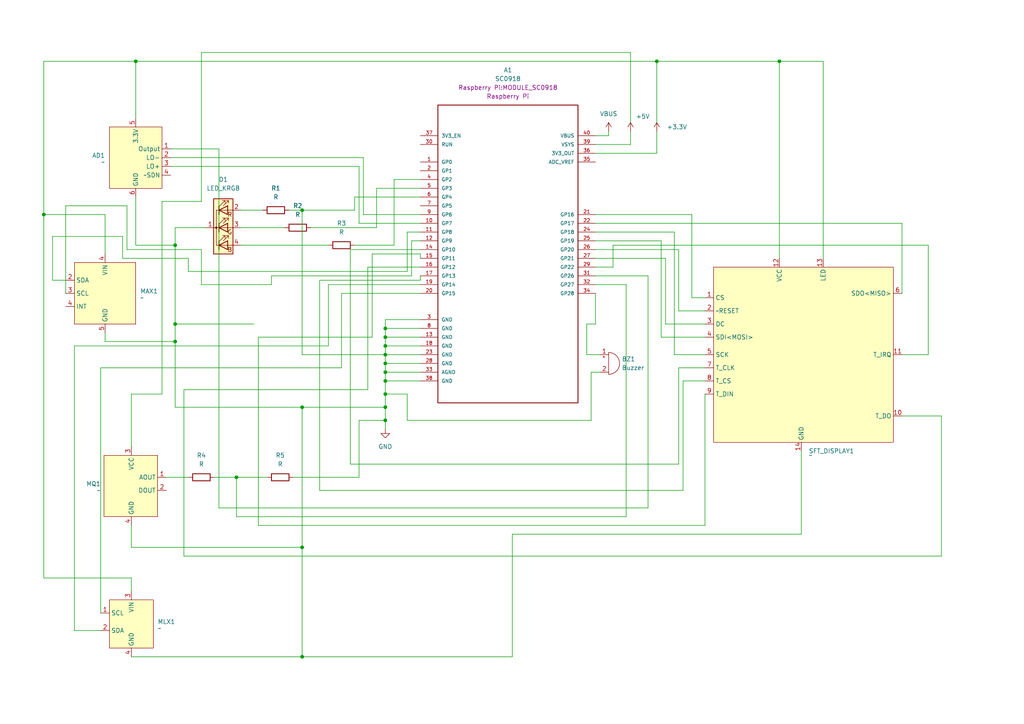
<source format=kicad_sch>
(kicad_sch
	(version 20250114)
	(generator "eeschema")
	(generator_version "9.0")
	(uuid "afcbce4e-b334-4197-b0d5-26caa78b34f4")
	(paper "A4")
	(lib_symbols
		(symbol "Device:Buzzer"
			(pin_names
				(offset 0.0254)
				(hide yes)
			)
			(exclude_from_sim no)
			(in_bom yes)
			(on_board yes)
			(property "Reference" "BZ"
				(at 3.81 1.27 0)
				(effects
					(font
						(size 1.27 1.27)
					)
					(justify left)
				)
			)
			(property "Value" "Buzzer"
				(at 3.81 -1.27 0)
				(effects
					(font
						(size 1.27 1.27)
					)
					(justify left)
				)
			)
			(property "Footprint" ""
				(at -0.635 2.54 90)
				(effects
					(font
						(size 1.27 1.27)
					)
					(hide yes)
				)
			)
			(property "Datasheet" "~"
				(at -0.635 2.54 90)
				(effects
					(font
						(size 1.27 1.27)
					)
					(hide yes)
				)
			)
			(property "Description" "Buzzer, polarized"
				(at 0 0 0)
				(effects
					(font
						(size 1.27 1.27)
					)
					(hide yes)
				)
			)
			(property "ki_keywords" "quartz resonator ceramic"
				(at 0 0 0)
				(effects
					(font
						(size 1.27 1.27)
					)
					(hide yes)
				)
			)
			(property "ki_fp_filters" "*Buzzer*"
				(at 0 0 0)
				(effects
					(font
						(size 1.27 1.27)
					)
					(hide yes)
				)
			)
			(symbol "Buzzer_0_1"
				(polyline
					(pts
						(xy -1.651 1.905) (xy -1.143 1.905)
					)
					(stroke
						(width 0)
						(type default)
					)
					(fill
						(type none)
					)
				)
				(polyline
					(pts
						(xy -1.397 2.159) (xy -1.397 1.651)
					)
					(stroke
						(width 0)
						(type default)
					)
					(fill
						(type none)
					)
				)
				(arc
					(start 0 3.175)
					(mid 3.1612 0)
					(end 0 -3.175)
					(stroke
						(width 0)
						(type default)
					)
					(fill
						(type none)
					)
				)
				(polyline
					(pts
						(xy 0 3.175) (xy 0 -3.175)
					)
					(stroke
						(width 0)
						(type default)
					)
					(fill
						(type none)
					)
				)
			)
			(symbol "Buzzer_1_1"
				(pin passive line
					(at -2.54 2.54 0)
					(length 2.54)
					(name "+"
						(effects
							(font
								(size 1.27 1.27)
							)
						)
					)
					(number "1"
						(effects
							(font
								(size 1.27 1.27)
							)
						)
					)
				)
				(pin passive line
					(at -2.54 -2.54 0)
					(length 2.54)
					(name "-"
						(effects
							(font
								(size 1.27 1.27)
							)
						)
					)
					(number "2"
						(effects
							(font
								(size 1.27 1.27)
							)
						)
					)
				)
			)
			(embedded_fonts no)
		)
		(symbol "Device:LED_KRGB"
			(pin_names
				(offset 0)
				(hide yes)
			)
			(exclude_from_sim no)
			(in_bom yes)
			(on_board yes)
			(property "Reference" "D"
				(at 0 9.398 0)
				(effects
					(font
						(size 1.27 1.27)
					)
				)
			)
			(property "Value" "LED_KRGB"
				(at 0 -8.89 0)
				(effects
					(font
						(size 1.27 1.27)
					)
				)
			)
			(property "Footprint" ""
				(at 0 -1.27 0)
				(effects
					(font
						(size 1.27 1.27)
					)
					(hide yes)
				)
			)
			(property "Datasheet" "~"
				(at 0 -1.27 0)
				(effects
					(font
						(size 1.27 1.27)
					)
					(hide yes)
				)
			)
			(property "Description" "RGB LED, cathode/red/green/blue"
				(at 0 0 0)
				(effects
					(font
						(size 1.27 1.27)
					)
					(hide yes)
				)
			)
			(property "ki_keywords" "LED RGB diode"
				(at 0 0 0)
				(effects
					(font
						(size 1.27 1.27)
					)
					(hide yes)
				)
			)
			(property "ki_fp_filters" "LED* LED_SMD:* LED_THT:*"
				(at 0 0 0)
				(effects
					(font
						(size 1.27 1.27)
					)
					(hide yes)
				)
			)
			(symbol "LED_KRGB_0_0"
				(text "R"
					(at 1.905 3.81 0)
					(effects
						(font
							(size 1.27 1.27)
						)
					)
				)
				(text "G"
					(at 1.905 -1.27 0)
					(effects
						(font
							(size 1.27 1.27)
						)
					)
				)
				(text "B"
					(at 1.905 -6.35 0)
					(effects
						(font
							(size 1.27 1.27)
						)
					)
				)
			)
			(symbol "LED_KRGB_0_1"
				(circle
					(center -2.032 0)
					(radius 0.254)
					(stroke
						(width 0)
						(type default)
					)
					(fill
						(type outline)
					)
				)
				(polyline
					(pts
						(xy -1.27 6.35) (xy -1.27 3.81)
					)
					(stroke
						(width 0.254)
						(type default)
					)
					(fill
						(type none)
					)
				)
				(polyline
					(pts
						(xy -1.27 6.35) (xy -1.27 3.81) (xy -1.27 3.81)
					)
					(stroke
						(width 0)
						(type default)
					)
					(fill
						(type none)
					)
				)
				(polyline
					(pts
						(xy -1.27 5.08) (xy 1.27 5.08)
					)
					(stroke
						(width 0)
						(type default)
					)
					(fill
						(type none)
					)
				)
				(polyline
					(pts
						(xy -1.27 5.08) (xy -2.032 5.08) (xy -2.032 -5.08) (xy -1.016 -5.08)
					)
					(stroke
						(width 0)
						(type default)
					)
					(fill
						(type none)
					)
				)
				(polyline
					(pts
						(xy -1.27 1.27) (xy -1.27 -1.27)
					)
					(stroke
						(width 0.254)
						(type default)
					)
					(fill
						(type none)
					)
				)
				(polyline
					(pts
						(xy -1.27 1.27) (xy -1.27 -1.27) (xy -1.27 -1.27)
					)
					(stroke
						(width 0)
						(type default)
					)
					(fill
						(type none)
					)
				)
				(polyline
					(pts
						(xy -1.27 0) (xy -2.54 0)
					)
					(stroke
						(width 0)
						(type default)
					)
					(fill
						(type none)
					)
				)
				(polyline
					(pts
						(xy -1.27 -3.81) (xy -1.27 -6.35)
					)
					(stroke
						(width 0.254)
						(type default)
					)
					(fill
						(type none)
					)
				)
				(polyline
					(pts
						(xy -1.27 -5.08) (xy 1.27 -5.08)
					)
					(stroke
						(width 0)
						(type default)
					)
					(fill
						(type none)
					)
				)
				(polyline
					(pts
						(xy -1.016 6.35) (xy 0.508 7.874) (xy -0.254 7.874) (xy 0.508 7.874) (xy 0.508 7.112)
					)
					(stroke
						(width 0)
						(type default)
					)
					(fill
						(type none)
					)
				)
				(polyline
					(pts
						(xy -1.016 1.27) (xy 0.508 2.794) (xy -0.254 2.794) (xy 0.508 2.794) (xy 0.508 2.032)
					)
					(stroke
						(width 0)
						(type default)
					)
					(fill
						(type none)
					)
				)
				(polyline
					(pts
						(xy -1.016 -3.81) (xy 0.508 -2.286) (xy -0.254 -2.286) (xy 0.508 -2.286) (xy 0.508 -3.048)
					)
					(stroke
						(width 0)
						(type default)
					)
					(fill
						(type none)
					)
				)
				(polyline
					(pts
						(xy 0 6.35) (xy 1.524 7.874) (xy 0.762 7.874) (xy 1.524 7.874) (xy 1.524 7.112)
					)
					(stroke
						(width 0)
						(type default)
					)
					(fill
						(type none)
					)
				)
				(polyline
					(pts
						(xy 0 1.27) (xy 1.524 2.794) (xy 0.762 2.794) (xy 1.524 2.794) (xy 1.524 2.032)
					)
					(stroke
						(width 0)
						(type default)
					)
					(fill
						(type none)
					)
				)
				(polyline
					(pts
						(xy 0 -3.81) (xy 1.524 -2.286) (xy 0.762 -2.286) (xy 1.524 -2.286) (xy 1.524 -3.048)
					)
					(stroke
						(width 0)
						(type default)
					)
					(fill
						(type none)
					)
				)
				(polyline
					(pts
						(xy 1.27 6.35) (xy 1.27 3.81) (xy -1.27 5.08) (xy 1.27 6.35)
					)
					(stroke
						(width 0.254)
						(type default)
					)
					(fill
						(type none)
					)
				)
				(rectangle
					(start 1.27 6.35)
					(end 1.27 6.35)
					(stroke
						(width 0)
						(type default)
					)
					(fill
						(type none)
					)
				)
				(polyline
					(pts
						(xy 1.27 5.08) (xy 2.54 5.08)
					)
					(stroke
						(width 0)
						(type default)
					)
					(fill
						(type none)
					)
				)
				(rectangle
					(start 1.27 3.81)
					(end 1.27 6.35)
					(stroke
						(width 0)
						(type default)
					)
					(fill
						(type none)
					)
				)
				(polyline
					(pts
						(xy 1.27 1.27) (xy 1.27 -1.27) (xy -1.27 0) (xy 1.27 1.27)
					)
					(stroke
						(width 0.254)
						(type default)
					)
					(fill
						(type none)
					)
				)
				(rectangle
					(start 1.27 1.27)
					(end 1.27 1.27)
					(stroke
						(width 0)
						(type default)
					)
					(fill
						(type none)
					)
				)
				(polyline
					(pts
						(xy 1.27 0) (xy -1.27 0)
					)
					(stroke
						(width 0)
						(type default)
					)
					(fill
						(type none)
					)
				)
				(polyline
					(pts
						(xy 1.27 0) (xy 2.54 0)
					)
					(stroke
						(width 0)
						(type default)
					)
					(fill
						(type none)
					)
				)
				(rectangle
					(start 1.27 -1.27)
					(end 1.27 1.27)
					(stroke
						(width 0)
						(type default)
					)
					(fill
						(type none)
					)
				)
				(polyline
					(pts
						(xy 1.27 -3.81) (xy 1.27 -6.35) (xy -1.27 -5.08) (xy 1.27 -3.81)
					)
					(stroke
						(width 0.254)
						(type default)
					)
					(fill
						(type none)
					)
				)
				(polyline
					(pts
						(xy 1.27 -5.08) (xy 2.54 -5.08)
					)
					(stroke
						(width 0)
						(type default)
					)
					(fill
						(type none)
					)
				)
				(rectangle
					(start 2.794 8.382)
					(end -2.794 -7.62)
					(stroke
						(width 0.254)
						(type default)
					)
					(fill
						(type background)
					)
				)
			)
			(symbol "LED_KRGB_1_1"
				(pin passive line
					(at -5.08 0 0)
					(length 2.54)
					(name "K"
						(effects
							(font
								(size 1.27 1.27)
							)
						)
					)
					(number "1"
						(effects
							(font
								(size 1.27 1.27)
							)
						)
					)
				)
				(pin passive line
					(at 5.08 5.08 180)
					(length 2.54)
					(name "RA"
						(effects
							(font
								(size 1.27 1.27)
							)
						)
					)
					(number "2"
						(effects
							(font
								(size 1.27 1.27)
							)
						)
					)
				)
				(pin passive line
					(at 5.08 0 180)
					(length 2.54)
					(name "GA"
						(effects
							(font
								(size 1.27 1.27)
							)
						)
					)
					(number "3"
						(effects
							(font
								(size 1.27 1.27)
							)
						)
					)
				)
				(pin passive line
					(at 5.08 -5.08 180)
					(length 2.54)
					(name "BA"
						(effects
							(font
								(size 1.27 1.27)
							)
						)
					)
					(number "4"
						(effects
							(font
								(size 1.27 1.27)
							)
						)
					)
				)
			)
			(embedded_fonts no)
		)
		(symbol "Device:R"
			(pin_numbers
				(hide yes)
			)
			(pin_names
				(offset 0)
			)
			(exclude_from_sim no)
			(in_bom yes)
			(on_board yes)
			(property "Reference" "R"
				(at 2.032 0 90)
				(effects
					(font
						(size 1.27 1.27)
					)
				)
			)
			(property "Value" "R"
				(at 0 0 90)
				(effects
					(font
						(size 1.27 1.27)
					)
				)
			)
			(property "Footprint" ""
				(at -1.778 0 90)
				(effects
					(font
						(size 1.27 1.27)
					)
					(hide yes)
				)
			)
			(property "Datasheet" "~"
				(at 0 0 0)
				(effects
					(font
						(size 1.27 1.27)
					)
					(hide yes)
				)
			)
			(property "Description" "Resistor"
				(at 0 0 0)
				(effects
					(font
						(size 1.27 1.27)
					)
					(hide yes)
				)
			)
			(property "ki_keywords" "R res resistor"
				(at 0 0 0)
				(effects
					(font
						(size 1.27 1.27)
					)
					(hide yes)
				)
			)
			(property "ki_fp_filters" "R_*"
				(at 0 0 0)
				(effects
					(font
						(size 1.27 1.27)
					)
					(hide yes)
				)
			)
			(symbol "R_0_1"
				(rectangle
					(start -1.016 -2.54)
					(end 1.016 2.54)
					(stroke
						(width 0.254)
						(type default)
					)
					(fill
						(type none)
					)
				)
			)
			(symbol "R_1_1"
				(pin passive line
					(at 0 3.81 270)
					(length 1.27)
					(name "~"
						(effects
							(font
								(size 1.27 1.27)
							)
						)
					)
					(number "1"
						(effects
							(font
								(size 1.27 1.27)
							)
						)
					)
				)
				(pin passive line
					(at 0 -3.81 90)
					(length 1.27)
					(name "~"
						(effects
							(font
								(size 1.27 1.27)
							)
						)
					)
					(number "2"
						(effects
							(font
								(size 1.27 1.27)
							)
						)
					)
				)
			)
			(embedded_fonts no)
		)
		(symbol "Pico_W:SC0918"
			(pin_names
				(offset 1.016)
			)
			(exclude_from_sim no)
			(in_bom yes)
			(on_board yes)
			(property "Reference" "A1"
				(at 0 58.42 0)
				(effects
					(font
						(size 1.27 1.27)
					)
				)
			)
			(property "Value" "SC0918"
				(at 0 55.88 0)
				(effects
					(font
						(size 1.27 1.27)
					)
				)
			)
			(property "Footprint" "Raspberry Pi:MODULE_SC0918"
				(at -12.7 -46.99 0)
				(effects
					(font
						(size 1.27 1.27)
					)
					(justify bottom)
				)
			)
			(property "Datasheet" "https://datasheets.raspberrypi.com/picow/pico-w-datasheet.pdf"
				(at -26.67 -49.53 0)
				(effects
					(font
						(size 1.27 1.27)
					)
					(justify left bottom)
					(hide yes)
				)
			)
			(property "Description" ""
				(at 0 0 0)
				(effects
					(font
						(size 1.27 1.27)
					)
					(hide yes)
				)
			)
			(property "manufacturer" "Raspberry Pi"
				(at 0 53.34 0)
				(effects
					(font
						(size 1.27 1.27)
					)
				)
			)
			(property "P/N" "SC0918"
				(at 0 50.8 0)
				(effects
					(font
						(size 1.27 1.27)
					)
					(hide yes)
				)
			)
			(property "PARTREV" "1.6"
				(at 0 48.26 0)
				(effects
					(font
						(size 1.27 1.27)
					)
					(hide yes)
				)
			)
			(property "MAXIMUM_PACKAGE_HEIGHT" "3.73mm"
				(at 0 45.72 0)
				(effects
					(font
						(size 1.27 1.27)
					)
					(hide yes)
				)
			)
			(symbol "SC0918_0_0"
				(rectangle
					(start -20.32 -43.18)
					(end 20.32 43.18)
					(stroke
						(width 0.254)
						(type default)
					)
					(fill
						(type none)
					)
				)
				(pin input line
					(at -25.4 34.29 0)
					(length 5.08)
					(name "3V3_EN"
						(effects
							(font
								(size 1.016 1.016)
							)
						)
					)
					(number "37"
						(effects
							(font
								(size 1.016 1.016)
							)
						)
					)
				)
				(pin input line
					(at -25.4 31.75 0)
					(length 5.08)
					(name "RUN"
						(effects
							(font
								(size 1.016 1.016)
							)
						)
					)
					(number "30"
						(effects
							(font
								(size 1.016 1.016)
							)
						)
					)
				)
				(pin bidirectional line
					(at -25.4 26.67 0)
					(length 5.08)
					(name "GP0"
						(effects
							(font
								(size 1.016 1.016)
							)
						)
					)
					(number "1"
						(effects
							(font
								(size 1.016 1.016)
							)
						)
					)
				)
				(pin bidirectional line
					(at -25.4 24.13 0)
					(length 5.08)
					(name "GP1"
						(effects
							(font
								(size 1.016 1.016)
							)
						)
					)
					(number "2"
						(effects
							(font
								(size 1.016 1.016)
							)
						)
					)
				)
				(pin bidirectional line
					(at -25.4 21.59 0)
					(length 5.08)
					(name "GP2"
						(effects
							(font
								(size 1.016 1.016)
							)
						)
					)
					(number "4"
						(effects
							(font
								(size 1.016 1.016)
							)
						)
					)
				)
				(pin bidirectional line
					(at -25.4 19.05 0)
					(length 5.08)
					(name "GP3"
						(effects
							(font
								(size 1.016 1.016)
							)
						)
					)
					(number "5"
						(effects
							(font
								(size 1.016 1.016)
							)
						)
					)
				)
				(pin bidirectional line
					(at -25.4 16.51 0)
					(length 5.08)
					(name "GP4"
						(effects
							(font
								(size 1.016 1.016)
							)
						)
					)
					(number "6"
						(effects
							(font
								(size 1.016 1.016)
							)
						)
					)
				)
				(pin bidirectional line
					(at -25.4 13.97 0)
					(length 5.08)
					(name "GP5"
						(effects
							(font
								(size 1.016 1.016)
							)
						)
					)
					(number "7"
						(effects
							(font
								(size 1.016 1.016)
							)
						)
					)
				)
				(pin bidirectional line
					(at -25.4 11.43 0)
					(length 5.08)
					(name "GP6"
						(effects
							(font
								(size 1.016 1.016)
							)
						)
					)
					(number "9"
						(effects
							(font
								(size 1.016 1.016)
							)
						)
					)
				)
				(pin bidirectional line
					(at -25.4 8.89 0)
					(length 5.08)
					(name "GP7"
						(effects
							(font
								(size 1.016 1.016)
							)
						)
					)
					(number "10"
						(effects
							(font
								(size 1.016 1.016)
							)
						)
					)
				)
				(pin bidirectional line
					(at -25.4 6.35 0)
					(length 5.08)
					(name "GP8"
						(effects
							(font
								(size 1.016 1.016)
							)
						)
					)
					(number "11"
						(effects
							(font
								(size 1.016 1.016)
							)
						)
					)
				)
				(pin bidirectional line
					(at -25.4 3.81 0)
					(length 5.08)
					(name "GP9"
						(effects
							(font
								(size 1.016 1.016)
							)
						)
					)
					(number "12"
						(effects
							(font
								(size 1.016 1.016)
							)
						)
					)
				)
				(pin bidirectional line
					(at -25.4 1.27 0)
					(length 5.08)
					(name "GP10"
						(effects
							(font
								(size 1.016 1.016)
							)
						)
					)
					(number "14"
						(effects
							(font
								(size 1.016 1.016)
							)
						)
					)
				)
				(pin bidirectional line
					(at -25.4 -1.27 0)
					(length 5.08)
					(name "GP11"
						(effects
							(font
								(size 1.016 1.016)
							)
						)
					)
					(number "15"
						(effects
							(font
								(size 1.016 1.016)
							)
						)
					)
				)
				(pin bidirectional line
					(at -25.4 -3.81 0)
					(length 5.08)
					(name "GP12"
						(effects
							(font
								(size 1.016 1.016)
							)
						)
					)
					(number "16"
						(effects
							(font
								(size 1.016 1.016)
							)
						)
					)
				)
				(pin bidirectional line
					(at -25.4 -6.35 0)
					(length 5.08)
					(name "GP13"
						(effects
							(font
								(size 1.016 1.016)
							)
						)
					)
					(number "17"
						(effects
							(font
								(size 1.016 1.016)
							)
						)
					)
				)
				(pin bidirectional line
					(at -25.4 -8.89 0)
					(length 5.08)
					(name "GP14"
						(effects
							(font
								(size 1.016 1.016)
							)
						)
					)
					(number "19"
						(effects
							(font
								(size 1.016 1.016)
							)
						)
					)
				)
				(pin bidirectional line
					(at -25.4 -11.43 0)
					(length 5.08)
					(name "GP15"
						(effects
							(font
								(size 1.016 1.016)
							)
						)
					)
					(number "20"
						(effects
							(font
								(size 1.016 1.016)
							)
						)
					)
				)
				(pin power_in line
					(at -25.4 -19.05 0)
					(length 5.08)
					(name "GND"
						(effects
							(font
								(size 1.016 1.016)
							)
						)
					)
					(number "3"
						(effects
							(font
								(size 1.016 1.016)
							)
						)
					)
				)
				(pin power_in line
					(at -25.4 -21.59 0)
					(length 5.08)
					(name "GND"
						(effects
							(font
								(size 1.016 1.016)
							)
						)
					)
					(number "8"
						(effects
							(font
								(size 1.016 1.016)
							)
						)
					)
				)
				(pin power_in line
					(at -25.4 -24.13 0)
					(length 5.08)
					(name "GND"
						(effects
							(font
								(size 1.016 1.016)
							)
						)
					)
					(number "13"
						(effects
							(font
								(size 1.016 1.016)
							)
						)
					)
				)
				(pin power_in line
					(at -25.4 -26.67 0)
					(length 5.08)
					(name "GND"
						(effects
							(font
								(size 1.016 1.016)
							)
						)
					)
					(number "18"
						(effects
							(font
								(size 1.016 1.016)
							)
						)
					)
				)
				(pin power_in line
					(at -25.4 -29.21 0)
					(length 5.08)
					(name "GND"
						(effects
							(font
								(size 1.016 1.016)
							)
						)
					)
					(number "23"
						(effects
							(font
								(size 1.016 1.016)
							)
						)
					)
				)
				(pin power_in line
					(at -25.4 -31.75 0)
					(length 5.08)
					(name "GND"
						(effects
							(font
								(size 1.016 1.016)
							)
						)
					)
					(number "28"
						(effects
							(font
								(size 1.016 1.016)
							)
						)
					)
				)
				(pin power_in line
					(at -25.4 -34.29 0)
					(length 5.08)
					(name "AGND"
						(effects
							(font
								(size 1.016 1.016)
							)
						)
					)
					(number "33"
						(effects
							(font
								(size 1.016 1.016)
							)
						)
					)
				)
				(pin power_in line
					(at -25.4 -36.83 0)
					(length 5.08)
					(name "GND"
						(effects
							(font
								(size 1.016 1.016)
							)
						)
					)
					(number "38"
						(effects
							(font
								(size 1.016 1.016)
							)
						)
					)
				)
				(pin free line
					(at 25.4 34.29 180)
					(length 5.08)
					(name "VBUS"
						(effects
							(font
								(size 1.016 1.016)
							)
						)
					)
					(number "40"
						(effects
							(font
								(size 1.016 1.016)
							)
						)
					)
				)
				(pin free line
					(at 25.4 31.75 180)
					(length 5.08)
					(name "VSYS"
						(effects
							(font
								(size 1.016 1.016)
							)
						)
					)
					(number "39"
						(effects
							(font
								(size 1.016 1.016)
							)
						)
					)
				)
				(pin power_in line
					(at 25.4 29.21 180)
					(length 5.08)
					(name "3V3_OUT"
						(effects
							(font
								(size 1.016 1.016)
							)
						)
					)
					(number "36"
						(effects
							(font
								(size 1.016 1.016)
							)
						)
					)
				)
				(pin power_in line
					(at 25.4 26.67 180)
					(length 5.08)
					(name "ADC_VREF"
						(effects
							(font
								(size 1.016 1.016)
							)
						)
					)
					(number "35"
						(effects
							(font
								(size 1.016 1.016)
							)
						)
					)
				)
				(pin bidirectional line
					(at 25.4 11.43 180)
					(length 5.08)
					(name "GP16"
						(effects
							(font
								(size 1.016 1.016)
							)
						)
					)
					(number "21"
						(effects
							(font
								(size 1.016 1.016)
							)
						)
					)
				)
				(pin bidirectional line
					(at 25.4 8.89 180)
					(length 5.08)
					(name "GP17"
						(effects
							(font
								(size 1.016 1.016)
							)
						)
					)
					(number "22"
						(effects
							(font
								(size 1.016 1.016)
							)
						)
					)
				)
				(pin bidirectional line
					(at 25.4 6.35 180)
					(length 5.08)
					(name "GP18"
						(effects
							(font
								(size 1.016 1.016)
							)
						)
					)
					(number "24"
						(effects
							(font
								(size 1.016 1.016)
							)
						)
					)
				)
				(pin bidirectional line
					(at 25.4 3.81 180)
					(length 5.08)
					(name "GP19"
						(effects
							(font
								(size 1.016 1.016)
							)
						)
					)
					(number "25"
						(effects
							(font
								(size 1.016 1.016)
							)
						)
					)
				)
				(pin bidirectional line
					(at 25.4 1.27 180)
					(length 5.08)
					(name "GP20"
						(effects
							(font
								(size 1.016 1.016)
							)
						)
					)
					(number "26"
						(effects
							(font
								(size 1.016 1.016)
							)
						)
					)
				)
				(pin bidirectional line
					(at 25.4 -1.27 180)
					(length 5.08)
					(name "GP21"
						(effects
							(font
								(size 1.016 1.016)
							)
						)
					)
					(number "27"
						(effects
							(font
								(size 1.016 1.016)
							)
						)
					)
				)
				(pin bidirectional line
					(at 25.4 -3.81 180)
					(length 5.08)
					(name "GP22"
						(effects
							(font
								(size 1.016 1.016)
							)
						)
					)
					(number "29"
						(effects
							(font
								(size 1.016 1.016)
							)
						)
					)
				)
				(pin bidirectional line
					(at 25.4 -6.35 180)
					(length 5.08)
					(name "GP26"
						(effects
							(font
								(size 1.016 1.016)
							)
						)
					)
					(number "31"
						(effects
							(font
								(size 1.016 1.016)
							)
						)
					)
				)
				(pin bidirectional line
					(at 25.4 -8.89 180)
					(length 5.08)
					(name "GP27"
						(effects
							(font
								(size 1.016 1.016)
							)
						)
					)
					(number "32"
						(effects
							(font
								(size 1.016 1.016)
							)
						)
					)
				)
				(pin bidirectional line
					(at 25.4 -11.43 180)
					(length 5.08)
					(name "GP28"
						(effects
							(font
								(size 1.016 1.016)
							)
						)
					)
					(number "34"
						(effects
							(font
								(size 1.016 1.016)
							)
						)
					)
				)
			)
			(embedded_fonts no)
		)
		(symbol "health_project:AD8232"
			(exclude_from_sim no)
			(in_bom yes)
			(on_board yes)
			(property "Reference" "AD8232"
				(at -7.62 12.192 0)
				(effects
					(font
						(size 1.27 1.27)
					)
				)
			)
			(property "Value" ""
				(at 0 0 0)
				(effects
					(font
						(size 1.27 1.27)
					)
				)
			)
			(property "Footprint" ""
				(at 0 0 0)
				(effects
					(font
						(size 1.27 1.27)
					)
					(hide yes)
				)
			)
			(property "Datasheet" ""
				(at 0 0 0)
				(effects
					(font
						(size 1.27 1.27)
					)
					(hide yes)
				)
			)
			(property "Description" ""
				(at 0 0 0)
				(effects
					(font
						(size 1.27 1.27)
					)
					(hide yes)
				)
			)
			(symbol "AD8232_0_1"
				(rectangle
					(start -7.62 8.89)
					(end 7.62 -8.89)
					(stroke
						(width 0)
						(type solid)
					)
					(fill
						(type background)
					)
				)
			)
			(symbol "AD8232_1_1"
				(pin power_in line
					(at 0 11.43 270)
					(length 2.54)
					(name "3.3V"
						(effects
							(font
								(size 1.27 1.27)
							)
						)
					)
					(number "5"
						(effects
							(font
								(size 1.27 1.27)
							)
						)
					)
				)
				(pin power_in line
					(at 0 -11.43 90)
					(length 2.54)
					(name "GND"
						(effects
							(font
								(size 1.27 1.27)
							)
						)
					)
					(number "6"
						(effects
							(font
								(size 1.27 1.27)
							)
						)
					)
				)
				(pin output line
					(at 10.16 2.54 180)
					(length 2.54)
					(name "Output"
						(effects
							(font
								(size 1.27 1.27)
							)
						)
					)
					(number "1"
						(effects
							(font
								(size 1.27 1.27)
							)
						)
					)
				)
				(pin output line
					(at 10.16 0 180)
					(length 2.54)
					(name "LO-"
						(effects
							(font
								(size 1.27 1.27)
							)
						)
					)
					(number "2"
						(effects
							(font
								(size 1.27 1.27)
							)
						)
					)
				)
				(pin output line
					(at 10.16 -2.54 180)
					(length 2.54)
					(name "LO+"
						(effects
							(font
								(size 1.27 1.27)
							)
						)
					)
					(number "3"
						(effects
							(font
								(size 1.27 1.27)
							)
						)
					)
				)
				(pin output line
					(at 10.16 -5.08 180)
					(length 2.54)
					(name "~SDN"
						(effects
							(font
								(size 1.27 1.27)
							)
						)
					)
					(number "4"
						(effects
							(font
								(size 1.27 1.27)
							)
						)
					)
				)
			)
			(embedded_fonts no)
		)
		(symbol "health_project:MAX30102"
			(exclude_from_sim no)
			(in_bom yes)
			(on_board yes)
			(property "Reference" "MAX30102"
				(at 9.652 12.446 0)
				(effects
					(font
						(size 1.27 1.27)
					)
				)
			)
			(property "Value" ""
				(at 0 0 0)
				(effects
					(font
						(size 1.27 1.27)
					)
				)
			)
			(property "Footprint" ""
				(at 0 0 0)
				(effects
					(font
						(size 1.27 1.27)
					)
					(hide yes)
				)
			)
			(property "Datasheet" ""
				(at 0 0 0)
				(effects
					(font
						(size 1.27 1.27)
					)
					(hide yes)
				)
			)
			(property "Description" ""
				(at 0 0 0)
				(effects
					(font
						(size 1.27 1.27)
					)
					(hide yes)
				)
			)
			(symbol "MAX30102_1_1"
				(rectangle
					(start -8.89 8.89)
					(end 8.89 -8.89)
					(stroke
						(width 0)
						(type solid)
					)
					(fill
						(type background)
					)
				)
				(pin bidirectional line
					(at -11.43 3.81 0)
					(length 2.54)
					(name "SDA"
						(effects
							(font
								(size 1.27 1.27)
							)
						)
					)
					(number "2"
						(effects
							(font
								(size 1.27 1.27)
							)
						)
					)
				)
				(pin bidirectional line
					(at -11.43 0 0)
					(length 2.54)
					(name "SCL"
						(effects
							(font
								(size 1.27 1.27)
							)
						)
					)
					(number "3"
						(effects
							(font
								(size 1.27 1.27)
							)
						)
					)
				)
				(pin output line
					(at -11.43 -3.81 0)
					(length 2.54)
					(name "INT"
						(effects
							(font
								(size 1.27 1.27)
							)
						)
					)
					(number "4"
						(effects
							(font
								(size 1.27 1.27)
							)
						)
					)
				)
				(pin power_in line
					(at 0 11.43 270)
					(length 2.54)
					(name "VIN"
						(effects
							(font
								(size 1.27 1.27)
							)
						)
					)
					(number "4"
						(effects
							(font
								(size 1.27 1.27)
							)
						)
					)
				)
				(pin power_in line
					(at 0 -11.43 90)
					(length 2.54)
					(name "GND"
						(effects
							(font
								(size 1.27 1.27)
							)
						)
					)
					(number "5"
						(effects
							(font
								(size 1.27 1.27)
							)
						)
					)
				)
			)
			(embedded_fonts no)
		)
		(symbol "health_project:MLX90614"
			(exclude_from_sim no)
			(in_bom yes)
			(on_board yes)
			(property "Reference" "MLX90614"
				(at -6.604 10.16 0)
				(effects
					(font
						(size 1.27 1.27)
					)
				)
			)
			(property "Value" ""
				(at 0 0 0)
				(effects
					(font
						(size 1.27 1.27)
					)
				)
			)
			(property "Footprint" ""
				(at 0 0 0)
				(effects
					(font
						(size 1.27 1.27)
					)
					(hide yes)
				)
			)
			(property "Datasheet" ""
				(at 0 0 0)
				(effects
					(font
						(size 1.27 1.27)
					)
					(hide yes)
				)
			)
			(property "Description" ""
				(at 0 0 0)
				(effects
					(font
						(size 1.27 1.27)
					)
					(hide yes)
				)
			)
			(symbol "MLX90614_0_1"
				(rectangle
					(start -6.35 6.35)
					(end 6.35 -7.62)
					(stroke
						(width 0)
						(type solid)
					)
					(fill
						(type background)
					)
				)
			)
			(symbol "MLX90614_1_1"
				(pin bidirectional line
					(at -8.89 2.54 0)
					(length 2.54)
					(name "SCL"
						(effects
							(font
								(size 1.27 1.27)
							)
						)
					)
					(number "1"
						(effects
							(font
								(size 1.27 1.27)
							)
						)
					)
				)
				(pin bidirectional line
					(at -8.89 -2.54 0)
					(length 2.54)
					(name "SDA"
						(effects
							(font
								(size 1.27 1.27)
							)
						)
					)
					(number "2"
						(effects
							(font
								(size 1.27 1.27)
							)
						)
					)
				)
				(pin power_in line
					(at 0 8.89 270)
					(length 2.54)
					(name "VIN"
						(effects
							(font
								(size 1.27 1.27)
							)
						)
					)
					(number "3"
						(effects
							(font
								(size 1.27 1.27)
							)
						)
					)
				)
				(pin power_in line
					(at 0 -10.16 90)
					(length 2.54)
					(name "GND"
						(effects
							(font
								(size 1.27 1.27)
							)
						)
					)
					(number "4"
						(effects
							(font
								(size 1.27 1.27)
							)
						)
					)
				)
			)
			(embedded_fonts no)
		)
		(symbol "health_project:MQ135"
			(exclude_from_sim no)
			(in_bom yes)
			(on_board yes)
			(property "Reference" "MQ135"
				(at -11.938 10.414 0)
				(effects
					(font
						(size 1.27 1.27)
					)
				)
			)
			(property "Value" ""
				(at 0 0 0)
				(effects
					(font
						(size 1.27 1.27)
					)
				)
			)
			(property "Footprint" ""
				(at 0 0 0)
				(effects
					(font
						(size 1.27 1.27)
					)
					(hide yes)
				)
			)
			(property "Datasheet" ""
				(at 0 0 0)
				(effects
					(font
						(size 1.27 1.27)
					)
					(hide yes)
				)
			)
			(property "Description" ""
				(at 0 0 0)
				(effects
					(font
						(size 1.27 1.27)
					)
					(hide yes)
				)
			)
			(symbol "MQ135_0_1"
				(rectangle
					(start -7.9375 8.89)
					(end 7.6199 -8.89)
					(stroke
						(width 0)
						(type solid)
					)
					(fill
						(type background)
					)
				)
			)
			(symbol "MQ135_1_1"
				(pin power_in line
					(at 0 11.43 270)
					(length 2.54)
					(name "VCC"
						(effects
							(font
								(size 1.27 1.27)
							)
						)
					)
					(number "3"
						(effects
							(font
								(size 1.27 1.27)
							)
						)
					)
				)
				(pin power_in line
					(at 0 -11.43 90)
					(length 2.54)
					(name "GND"
						(effects
							(font
								(size 1.27 1.27)
							)
						)
					)
					(number "4"
						(effects
							(font
								(size 1.27 1.27)
							)
						)
					)
				)
				(pin output line
					(at 10.16 2.54 180)
					(length 2.54)
					(name "AOUT"
						(effects
							(font
								(size 1.27 1.27)
							)
						)
					)
					(number "1"
						(effects
							(font
								(size 1.27 1.27)
							)
						)
					)
				)
				(pin output line
					(at 10.16 -1.27 180)
					(length 2.54)
					(name "DOUT"
						(effects
							(font
								(size 1.27 1.27)
							)
						)
					)
					(number "2"
						(effects
							(font
								(size 1.27 1.27)
							)
						)
					)
				)
			)
			(embedded_fonts no)
		)
		(symbol "health_project:TFT_SCREEN"
			(exclude_from_sim no)
			(in_bom yes)
			(on_board yes)
			(property "Reference" "SFT_DISPLAY"
				(at -30.48 37.084 0)
				(effects
					(font
						(size 1.27 1.27)
					)
				)
			)
			(property "Value" ""
				(at 0 0 0)
				(effects
					(font
						(size 1.27 1.27)
					)
				)
			)
			(property "Footprint" ""
				(at 0 0 0)
				(effects
					(font
						(size 1.27 1.27)
					)
					(hide yes)
				)
			)
			(property "Datasheet" ""
				(at 0 0 0)
				(effects
					(font
						(size 1.27 1.27)
					)
					(hide yes)
				)
			)
			(property "Description" ""
				(at 0 0 0)
				(effects
					(font
						(size 1.27 1.27)
					)
					(hide yes)
				)
			)
			(symbol "TFT_SCREEN_0_1"
				(rectangle
					(start -25.4 25.4)
					(end 26.67 -25.4)
					(stroke
						(width 0)
						(type solid)
					)
					(fill
						(type background)
					)
				)
			)
			(symbol "TFT_SCREEN_1_1"
				(pin input line
					(at -27.94 16.51 0)
					(length 2.54)
					(name "CS"
						(effects
							(font
								(size 1.27 1.27)
							)
						)
					)
					(number "1"
						(effects
							(font
								(size 1.27 1.27)
							)
						)
					)
				)
				(pin input line
					(at -27.94 12.7 0)
					(length 2.54)
					(name "~RESET"
						(effects
							(font
								(size 1.27 1.27)
							)
						)
					)
					(number "2"
						(effects
							(font
								(size 1.27 1.27)
							)
						)
					)
				)
				(pin input line
					(at -27.94 8.89 0)
					(length 2.54)
					(name "DC"
						(effects
							(font
								(size 1.27 1.27)
							)
						)
					)
					(number "3"
						(effects
							(font
								(size 1.27 1.27)
							)
						)
					)
				)
				(pin input line
					(at -27.94 5.08 0)
					(length 2.54)
					(name "SDI<MOSI>"
						(effects
							(font
								(size 1.27 1.27)
							)
						)
					)
					(number "4"
						(effects
							(font
								(size 1.27 1.27)
							)
						)
					)
				)
				(pin bidirectional line
					(at -27.94 0 0)
					(length 2.54)
					(name "SCK"
						(effects
							(font
								(size 1.27 1.27)
							)
						)
					)
					(number "5"
						(effects
							(font
								(size 1.27 1.27)
							)
						)
					)
				)
				(pin bidirectional line
					(at -27.94 -3.81 0)
					(length 2.54)
					(name "T_CLK"
						(effects
							(font
								(size 1.27 1.27)
							)
						)
					)
					(number "7"
						(effects
							(font
								(size 1.27 1.27)
							)
						)
					)
				)
				(pin input line
					(at -27.94 -7.62 0)
					(length 2.54)
					(name "T_CS"
						(effects
							(font
								(size 1.27 1.27)
							)
						)
					)
					(number "8"
						(effects
							(font
								(size 1.27 1.27)
							)
						)
					)
				)
				(pin input line
					(at -27.94 -11.43 0)
					(length 2.54)
					(name "T_DIN"
						(effects
							(font
								(size 1.27 1.27)
							)
						)
					)
					(number "9"
						(effects
							(font
								(size 1.27 1.27)
							)
						)
					)
				)
				(pin power_in line
					(at -6.35 27.94 270)
					(length 2.54)
					(name "VCC"
						(effects
							(font
								(size 1.27 1.27)
							)
						)
					)
					(number "12"
						(effects
							(font
								(size 1.27 1.27)
							)
						)
					)
				)
				(pin power_in line
					(at 0 -27.94 90)
					(length 2.54)
					(name "GND"
						(effects
							(font
								(size 1.27 1.27)
							)
						)
					)
					(number "14"
						(effects
							(font
								(size 1.27 1.27)
							)
						)
					)
				)
				(pin power_in line
					(at 6.35 27.94 270)
					(length 2.54)
					(name "LED"
						(effects
							(font
								(size 1.27 1.27)
							)
						)
					)
					(number "13"
						(effects
							(font
								(size 1.27 1.27)
							)
						)
					)
				)
				(pin output line
					(at 29.21 17.78 180)
					(length 2.54)
					(name "SDO<MISO>"
						(effects
							(font
								(size 1.27 1.27)
							)
						)
					)
					(number "6"
						(effects
							(font
								(size 1.27 1.27)
							)
						)
					)
				)
				(pin output line
					(at 29.21 0 180)
					(length 2.54)
					(name "T_IRQ"
						(effects
							(font
								(size 1.27 1.27)
							)
						)
					)
					(number "11"
						(effects
							(font
								(size 1.27 1.27)
							)
						)
					)
				)
				(pin output line
					(at 29.21 -17.78 180)
					(length 2.54)
					(name "T_DO"
						(effects
							(font
								(size 1.27 1.27)
							)
						)
					)
					(number "10"
						(effects
							(font
								(size 1.27 1.27)
							)
						)
					)
				)
			)
			(embedded_fonts no)
		)
		(symbol "power:+3.3V"
			(power)
			(pin_numbers
				(hide yes)
			)
			(pin_names
				(offset 0)
				(hide yes)
			)
			(exclude_from_sim no)
			(in_bom yes)
			(on_board yes)
			(property "Reference" "#PWR"
				(at 0 -3.81 0)
				(effects
					(font
						(size 1.27 1.27)
					)
					(hide yes)
				)
			)
			(property "Value" "+3.3V"
				(at 0 3.556 0)
				(effects
					(font
						(size 1.27 1.27)
					)
				)
			)
			(property "Footprint" ""
				(at 0 0 0)
				(effects
					(font
						(size 1.27 1.27)
					)
					(hide yes)
				)
			)
			(property "Datasheet" ""
				(at 0 0 0)
				(effects
					(font
						(size 1.27 1.27)
					)
					(hide yes)
				)
			)
			(property "Description" "Power symbol creates a global label with name \"+3.3V\""
				(at 0 0 0)
				(effects
					(font
						(size 1.27 1.27)
					)
					(hide yes)
				)
			)
			(property "ki_keywords" "global power"
				(at 0 0 0)
				(effects
					(font
						(size 1.27 1.27)
					)
					(hide yes)
				)
			)
			(symbol "+3.3V_0_1"
				(polyline
					(pts
						(xy -0.762 1.27) (xy 0 2.54)
					)
					(stroke
						(width 0)
						(type default)
					)
					(fill
						(type none)
					)
				)
				(polyline
					(pts
						(xy 0 2.54) (xy 0.762 1.27)
					)
					(stroke
						(width 0)
						(type default)
					)
					(fill
						(type none)
					)
				)
				(polyline
					(pts
						(xy 0 0) (xy 0 2.54)
					)
					(stroke
						(width 0)
						(type default)
					)
					(fill
						(type none)
					)
				)
			)
			(symbol "+3.3V_1_1"
				(pin power_in line
					(at 0 0 90)
					(length 0)
					(name "~"
						(effects
							(font
								(size 1.27 1.27)
							)
						)
					)
					(number "1"
						(effects
							(font
								(size 1.27 1.27)
							)
						)
					)
				)
			)
			(embedded_fonts no)
		)
		(symbol "power:+5V"
			(power)
			(pin_numbers
				(hide yes)
			)
			(pin_names
				(offset 0)
				(hide yes)
			)
			(exclude_from_sim no)
			(in_bom yes)
			(on_board yes)
			(property "Reference" "#PWR"
				(at 0 -3.81 0)
				(effects
					(font
						(size 1.27 1.27)
					)
					(hide yes)
				)
			)
			(property "Value" "+5V"
				(at 0 3.556 0)
				(effects
					(font
						(size 1.27 1.27)
					)
				)
			)
			(property "Footprint" ""
				(at 0 0 0)
				(effects
					(font
						(size 1.27 1.27)
					)
					(hide yes)
				)
			)
			(property "Datasheet" ""
				(at 0 0 0)
				(effects
					(font
						(size 1.27 1.27)
					)
					(hide yes)
				)
			)
			(property "Description" "Power symbol creates a global label with name \"+5V\""
				(at 0 0 0)
				(effects
					(font
						(size 1.27 1.27)
					)
					(hide yes)
				)
			)
			(property "ki_keywords" "global power"
				(at 0 0 0)
				(effects
					(font
						(size 1.27 1.27)
					)
					(hide yes)
				)
			)
			(symbol "+5V_0_1"
				(polyline
					(pts
						(xy -0.762 1.27) (xy 0 2.54)
					)
					(stroke
						(width 0)
						(type default)
					)
					(fill
						(type none)
					)
				)
				(polyline
					(pts
						(xy 0 2.54) (xy 0.762 1.27)
					)
					(stroke
						(width 0)
						(type default)
					)
					(fill
						(type none)
					)
				)
				(polyline
					(pts
						(xy 0 0) (xy 0 2.54)
					)
					(stroke
						(width 0)
						(type default)
					)
					(fill
						(type none)
					)
				)
			)
			(symbol "+5V_1_1"
				(pin power_in line
					(at 0 0 90)
					(length 0)
					(name "~"
						(effects
							(font
								(size 1.27 1.27)
							)
						)
					)
					(number "1"
						(effects
							(font
								(size 1.27 1.27)
							)
						)
					)
				)
			)
			(embedded_fonts no)
		)
		(symbol "power:GND"
			(power)
			(pin_numbers
				(hide yes)
			)
			(pin_names
				(offset 0)
				(hide yes)
			)
			(exclude_from_sim no)
			(in_bom yes)
			(on_board yes)
			(property "Reference" "#PWR"
				(at 0 -6.35 0)
				(effects
					(font
						(size 1.27 1.27)
					)
					(hide yes)
				)
			)
			(property "Value" "GND"
				(at 0 -3.81 0)
				(effects
					(font
						(size 1.27 1.27)
					)
				)
			)
			(property "Footprint" ""
				(at 0 0 0)
				(effects
					(font
						(size 1.27 1.27)
					)
					(hide yes)
				)
			)
			(property "Datasheet" ""
				(at 0 0 0)
				(effects
					(font
						(size 1.27 1.27)
					)
					(hide yes)
				)
			)
			(property "Description" "Power symbol creates a global label with name \"GND\" , ground"
				(at 0 0 0)
				(effects
					(font
						(size 1.27 1.27)
					)
					(hide yes)
				)
			)
			(property "ki_keywords" "global power"
				(at 0 0 0)
				(effects
					(font
						(size 1.27 1.27)
					)
					(hide yes)
				)
			)
			(symbol "GND_0_1"
				(polyline
					(pts
						(xy 0 0) (xy 0 -1.27) (xy 1.27 -1.27) (xy 0 -2.54) (xy -1.27 -1.27) (xy 0 -1.27)
					)
					(stroke
						(width 0)
						(type default)
					)
					(fill
						(type none)
					)
				)
			)
			(symbol "GND_1_1"
				(pin power_in line
					(at 0 0 270)
					(length 0)
					(name "~"
						(effects
							(font
								(size 1.27 1.27)
							)
						)
					)
					(number "1"
						(effects
							(font
								(size 1.27 1.27)
							)
						)
					)
				)
			)
			(embedded_fonts no)
		)
		(symbol "power:VBUS"
			(power)
			(pin_numbers
				(hide yes)
			)
			(pin_names
				(offset 0)
				(hide yes)
			)
			(exclude_from_sim no)
			(in_bom yes)
			(on_board yes)
			(property "Reference" "#PWR"
				(at 0 -3.81 0)
				(effects
					(font
						(size 1.27 1.27)
					)
					(hide yes)
				)
			)
			(property "Value" "VBUS"
				(at 0 3.556 0)
				(effects
					(font
						(size 1.27 1.27)
					)
				)
			)
			(property "Footprint" ""
				(at 0 0 0)
				(effects
					(font
						(size 1.27 1.27)
					)
					(hide yes)
				)
			)
			(property "Datasheet" ""
				(at 0 0 0)
				(effects
					(font
						(size 1.27 1.27)
					)
					(hide yes)
				)
			)
			(property "Description" "Power symbol creates a global label with name \"VBUS\""
				(at 0 0 0)
				(effects
					(font
						(size 1.27 1.27)
					)
					(hide yes)
				)
			)
			(property "ki_keywords" "global power"
				(at 0 0 0)
				(effects
					(font
						(size 1.27 1.27)
					)
					(hide yes)
				)
			)
			(symbol "VBUS_0_1"
				(polyline
					(pts
						(xy -0.762 1.27) (xy 0 2.54)
					)
					(stroke
						(width 0)
						(type default)
					)
					(fill
						(type none)
					)
				)
				(polyline
					(pts
						(xy 0 2.54) (xy 0.762 1.27)
					)
					(stroke
						(width 0)
						(type default)
					)
					(fill
						(type none)
					)
				)
				(polyline
					(pts
						(xy 0 0) (xy 0 2.54)
					)
					(stroke
						(width 0)
						(type default)
					)
					(fill
						(type none)
					)
				)
			)
			(symbol "VBUS_1_1"
				(pin power_in line
					(at 0 0 90)
					(length 0)
					(name "~"
						(effects
							(font
								(size 1.27 1.27)
							)
						)
					)
					(number "1"
						(effects
							(font
								(size 1.27 1.27)
							)
						)
					)
				)
			)
			(embedded_fonts no)
		)
	)
	(junction
		(at 111.76 107.95)
		(diameter 0)
		(color 0 0 0 0)
		(uuid "1c1d4a1d-eb3f-4d15-85ed-6e7b751b85c1")
	)
	(junction
		(at 111.76 118.11)
		(diameter 0)
		(color 0 0 0 0)
		(uuid "1ca9c2da-5969-4b44-a577-dc0e9db76c01")
	)
	(junction
		(at 226.06 17.78)
		(diameter 0)
		(color 0 0 0 0)
		(uuid "3b0a675a-cd2e-47aa-8754-a7f5c60d0aff")
	)
	(junction
		(at 111.76 121.92)
		(diameter 0)
		(color 0 0 0 0)
		(uuid "4dc091ff-1bc4-4b90-8102-967ea74fd12b")
	)
	(junction
		(at 87.63 118.11)
		(diameter 0)
		(color 0 0 0 0)
		(uuid "4f00aaff-0e3f-4394-b07e-33e618967a2f")
	)
	(junction
		(at 87.63 190.5)
		(diameter 0)
		(color 0 0 0 0)
		(uuid "509d0cae-ad42-4179-bb36-1bc4d1c492ce")
	)
	(junction
		(at 68.58 138.43)
		(diameter 0)
		(color 0 0 0 0)
		(uuid "5f526b12-1277-4d17-a33c-ea69018574d1")
	)
	(junction
		(at 50.8 99.06)
		(diameter 0)
		(color 0 0 0 0)
		(uuid "60782e9d-4237-42e9-9fc3-5e078ca25269")
	)
	(junction
		(at 50.8 93.98)
		(diameter 0)
		(color 0 0 0 0)
		(uuid "624fa9f3-fa09-4b45-ba1f-1f38d786de46")
	)
	(junction
		(at 190.5 17.78)
		(diameter 0)
		(color 0 0 0 0)
		(uuid "7140a6c7-1f2b-49de-8f06-5b4be118d66c")
	)
	(junction
		(at 111.76 114.3)
		(diameter 0)
		(color 0 0 0 0)
		(uuid "8fa93138-5a94-4057-a81b-84de4152573a")
	)
	(junction
		(at 111.76 110.49)
		(diameter 0)
		(color 0 0 0 0)
		(uuid "96bbaad2-0b9c-4848-bfc1-f98bc1420db9")
	)
	(junction
		(at 50.8 71.12)
		(diameter 0)
		(color 0 0 0 0)
		(uuid "9ed977bb-a9f5-430c-9a50-5525d89a9bdb")
	)
	(junction
		(at 111.76 95.25)
		(diameter 0)
		(color 0 0 0 0)
		(uuid "a147c81e-f87d-4ad0-b070-bdfaecca41bd")
	)
	(junction
		(at 111.76 97.79)
		(diameter 0)
		(color 0 0 0 0)
		(uuid "a716dfe8-2f97-4f88-ad56-f3bff0b3bbc5")
	)
	(junction
		(at 12.7 62.23)
		(diameter 0)
		(color 0 0 0 0)
		(uuid "a7a942c5-dacb-42fc-b89f-9b2fa0968f4f")
	)
	(junction
		(at 87.63 158.75)
		(diameter 0)
		(color 0 0 0 0)
		(uuid "aae7624e-9399-4654-8903-76f305ede73d")
	)
	(junction
		(at 111.76 100.33)
		(diameter 0)
		(color 0 0 0 0)
		(uuid "c2aab3ff-5ceb-495a-859e-d439bd3fe4c6")
	)
	(junction
		(at 39.37 17.78)
		(diameter 0)
		(color 0 0 0 0)
		(uuid "ca21fc7e-578a-4b6b-8ecf-e19682c657de")
	)
	(junction
		(at 111.76 102.87)
		(diameter 0)
		(color 0 0 0 0)
		(uuid "cbcf9a0e-0767-4b21-8614-77720d8f52fb")
	)
	(junction
		(at 87.63 60.96)
		(diameter 0)
		(color 0 0 0 0)
		(uuid "d98e6ba7-5f2a-495d-a930-e9b671f29d04")
	)
	(junction
		(at 111.76 105.41)
		(diameter 0)
		(color 0 0 0 0)
		(uuid "f62c40be-0569-4a51-8a7c-ba94564ab4dc")
	)
	(wire
		(pts
			(xy 111.76 95.25) (xy 121.92 95.25)
		)
		(stroke
			(width 0)
			(type default)
		)
		(uuid "00b61c94-d1a2-4d75-9814-7a2d4d00bec2")
	)
	(wire
		(pts
			(xy 114.3 52.07) (xy 121.92 52.07)
		)
		(stroke
			(width 0)
			(type default)
		)
		(uuid "00da33c1-57d0-4541-863f-9aeee91e7c47")
	)
	(wire
		(pts
			(xy 38.1 158.75) (xy 87.63 158.75)
		)
		(stroke
			(width 0)
			(type default)
		)
		(uuid "01a1a1a0-2ae0-4b68-b29a-19b52f538329")
	)
	(wire
		(pts
			(xy 63.5 147.32) (xy 187.96 147.32)
		)
		(stroke
			(width 0)
			(type default)
		)
		(uuid "0278068b-fb8e-41bb-b52a-c083b71ea1f4")
	)
	(wire
		(pts
			(xy 172.72 93.98) (xy 170.18 93.98)
		)
		(stroke
			(width 0)
			(type default)
		)
		(uuid "04fc3e9c-83e4-45a3-baeb-f3040beab7e0")
	)
	(wire
		(pts
			(xy 204.47 97.79) (xy 191.77 97.79)
		)
		(stroke
			(width 0)
			(type default)
		)
		(uuid "056d5395-2091-49b1-af6e-08e481e37cdb")
	)
	(wire
		(pts
			(xy 50.8 66.04) (xy 50.8 71.12)
		)
		(stroke
			(width 0)
			(type default)
		)
		(uuid "074332ee-46e9-4620-b529-a0643a6ea88b")
	)
	(wire
		(pts
			(xy 170.18 102.87) (xy 173.99 102.87)
		)
		(stroke
			(width 0)
			(type default)
		)
		(uuid "0767cb1b-5956-440b-bcaa-1009a48ae30e")
	)
	(wire
		(pts
			(xy 58.42 82.55) (xy 78.74 82.55)
		)
		(stroke
			(width 0)
			(type default)
		)
		(uuid "088e28dc-90e7-4667-a4ed-9331b18953d2")
	)
	(wire
		(pts
			(xy 87.63 118.11) (xy 87.63 158.75)
		)
		(stroke
			(width 0)
			(type default)
		)
		(uuid "0bf1c09d-ad7d-491f-91e6-8d5b749c2ba5")
	)
	(wire
		(pts
			(xy 111.76 107.95) (xy 111.76 110.49)
		)
		(stroke
			(width 0)
			(type default)
		)
		(uuid "0f00b4d1-3170-4ede-b5cf-7f6e00496559")
	)
	(wire
		(pts
			(xy 181.61 82.55) (xy 181.61 149.86)
		)
		(stroke
			(width 0)
			(type default)
		)
		(uuid "0fdd09e0-c581-483d-afa3-912068f08481")
	)
	(wire
		(pts
			(xy 35.56 68.58) (xy 35.56 74.93)
		)
		(stroke
			(width 0)
			(type default)
		)
		(uuid "12e4a3ea-95f4-4b65-9e42-58270c390e39")
	)
	(wire
		(pts
			(xy 273.05 161.29) (xy 53.34 161.29)
		)
		(stroke
			(width 0)
			(type default)
		)
		(uuid "1389ef71-3ac5-494b-904d-862cf360b21f")
	)
	(wire
		(pts
			(xy 12.7 62.23) (xy 30.48 62.23)
		)
		(stroke
			(width 0)
			(type default)
		)
		(uuid "13eb5341-cff6-4949-bc47-8d884c70bf16")
	)
	(wire
		(pts
			(xy 104.14 121.92) (xy 111.76 121.92)
		)
		(stroke
			(width 0)
			(type default)
		)
		(uuid "17661a09-6cf6-4971-9f9b-7f6b58cea57e")
	)
	(wire
		(pts
			(xy 148.59 154.94) (xy 232.41 154.94)
		)
		(stroke
			(width 0)
			(type default)
		)
		(uuid "18281c55-4893-42b6-8c5c-a4d0a2de4d5b")
	)
	(wire
		(pts
			(xy 83.82 60.96) (xy 87.63 60.96)
		)
		(stroke
			(width 0)
			(type default)
		)
		(uuid "1cc8b2c9-9be3-4433-a52b-66e7a54a7865")
	)
	(wire
		(pts
			(xy 74.93 97.79) (xy 107.95 97.79)
		)
		(stroke
			(width 0)
			(type default)
		)
		(uuid "1df5207b-61f3-40be-8d43-ac1b03c3aa97")
	)
	(wire
		(pts
			(xy 111.76 102.87) (xy 111.76 105.41)
		)
		(stroke
			(width 0)
			(type default)
		)
		(uuid "1e5b7820-6cb8-46bb-8665-3cc455f8d478")
	)
	(wire
		(pts
			(xy 121.92 62.23) (xy 105.41 62.23)
		)
		(stroke
			(width 0)
			(type default)
		)
		(uuid "1fc6413c-849f-4751-9e95-f41eae64501c")
	)
	(wire
		(pts
			(xy 90.17 66.04) (xy 109.22 66.04)
		)
		(stroke
			(width 0)
			(type default)
		)
		(uuid "21aea0b0-9068-44fb-b3a7-98c6588a486c")
	)
	(wire
		(pts
			(xy 111.76 105.41) (xy 111.76 107.95)
		)
		(stroke
			(width 0)
			(type default)
		)
		(uuid "21c410d4-1853-446f-a39d-fdd542bc8ab8")
	)
	(wire
		(pts
			(xy 121.92 81.28) (xy 121.92 80.01)
		)
		(stroke
			(width 0)
			(type default)
		)
		(uuid "2327d140-bea9-4fac-805a-00150c39c958")
	)
	(wire
		(pts
			(xy 200.66 62.23) (xy 172.72 62.23)
		)
		(stroke
			(width 0)
			(type default)
		)
		(uuid "28a064e7-f88e-4ae1-8f4a-167eaf5372e0")
	)
	(wire
		(pts
			(xy 121.92 73.66) (xy 121.92 74.93)
		)
		(stroke
			(width 0)
			(type default)
		)
		(uuid "294eb61c-a70d-474b-b9ff-68b21624fb69")
	)
	(wire
		(pts
			(xy 46.99 58.42) (xy 46.99 114.3)
		)
		(stroke
			(width 0)
			(type default)
		)
		(uuid "2d14a679-917b-4098-bac7-7418dddd228a")
	)
	(wire
		(pts
			(xy 21.59 182.88) (xy 21.59 100.33)
		)
		(stroke
			(width 0)
			(type default)
		)
		(uuid "2e53eef4-701a-44f4-9649-4a132fe5475b")
	)
	(wire
		(pts
			(xy 102.87 60.96) (xy 102.87 57.15)
		)
		(stroke
			(width 0)
			(type default)
		)
		(uuid "2fe775de-0789-4e6c-90c4-d3eaa51592bc")
	)
	(wire
		(pts
			(xy 59.69 66.04) (xy 50.8 66.04)
		)
		(stroke
			(width 0)
			(type default)
		)
		(uuid "30892d45-a470-4ab2-9faa-26f06a3ef7b1")
	)
	(wire
		(pts
			(xy 38.1 167.64) (xy 38.1 171.45)
		)
		(stroke
			(width 0)
			(type default)
		)
		(uuid "340a9a5e-b049-46c1-8ad7-a0625cba6dfe")
	)
	(wire
		(pts
			(xy 191.77 97.79) (xy 191.77 69.85)
		)
		(stroke
			(width 0)
			(type default)
		)
		(uuid "3461533d-268a-408d-a1ed-63b59dd84ec4")
	)
	(wire
		(pts
			(xy 87.63 190.5) (xy 148.59 190.5)
		)
		(stroke
			(width 0)
			(type default)
		)
		(uuid "34773675-7bd5-42c0-bd73-678ba807e8ae")
	)
	(wire
		(pts
			(xy 196.85 72.39) (xy 196.85 90.17)
		)
		(stroke
			(width 0)
			(type default)
		)
		(uuid "347c65a9-5292-43c2-8db7-bd22e69c58ae")
	)
	(wire
		(pts
			(xy 63.5 43.18) (xy 63.5 147.32)
		)
		(stroke
			(width 0)
			(type default)
		)
		(uuid "34fca65d-4e2b-459f-87c8-1ed7cefdd6d4")
	)
	(wire
		(pts
			(xy 119.38 80.01) (xy 119.38 69.85)
		)
		(stroke
			(width 0)
			(type default)
		)
		(uuid "354420f1-6394-460d-9e79-239ad769e94d")
	)
	(wire
		(pts
			(xy 111.76 118.11) (xy 111.76 121.92)
		)
		(stroke
			(width 0)
			(type default)
		)
		(uuid "355b6341-10be-49c5-ad11-bf5c220cde78")
	)
	(wire
		(pts
			(xy 261.62 102.87) (xy 269.24 102.87)
		)
		(stroke
			(width 0)
			(type default)
		)
		(uuid "392315d7-e514-483a-87d6-7909ffbf987c")
	)
	(wire
		(pts
			(xy 111.76 121.92) (xy 111.76 124.46)
		)
		(stroke
			(width 0)
			(type default)
		)
		(uuid "3ba7c00f-68a7-4e6f-8438-fe416d8d284c")
	)
	(wire
		(pts
			(xy 12.7 17.78) (xy 12.7 62.23)
		)
		(stroke
			(width 0)
			(type default)
		)
		(uuid "3d292061-b0e3-47bb-94ba-14953d3869ef")
	)
	(wire
		(pts
			(xy 101.6 134.62) (xy 196.85 134.62)
		)
		(stroke
			(width 0)
			(type default)
		)
		(uuid "3d6f6d46-6958-493f-9aad-bd9cd8c51e83")
	)
	(wire
		(pts
			(xy 172.72 85.09) (xy 172.72 93.98)
		)
		(stroke
			(width 0)
			(type default)
		)
		(uuid "3f1f4697-698b-48a6-815e-1d8fdaa7d4b1")
	)
	(wire
		(pts
			(xy 204.47 102.87) (xy 195.58 102.87)
		)
		(stroke
			(width 0)
			(type default)
		)
		(uuid "42571f6b-c1fd-4dd8-b3f4-c4ccd2854a8b")
	)
	(wire
		(pts
			(xy 118.11 67.31) (xy 121.92 67.31)
		)
		(stroke
			(width 0)
			(type default)
		)
		(uuid "42985c0e-c866-4c23-a9ec-9de8486bdbae")
	)
	(wire
		(pts
			(xy 111.76 105.41) (xy 121.92 105.41)
		)
		(stroke
			(width 0)
			(type default)
		)
		(uuid "441e4f4f-93bb-4972-b852-7113bdb83d89")
	)
	(wire
		(pts
			(xy 121.92 72.39) (xy 101.6 72.39)
		)
		(stroke
			(width 0)
			(type default)
		)
		(uuid "44505d03-d5c5-42d3-bc82-dbfe32aa4fac")
	)
	(wire
		(pts
			(xy 171.45 121.92) (xy 118.11 121.92)
		)
		(stroke
			(width 0)
			(type default)
		)
		(uuid "445cfa05-195e-4360-aead-e86333784330")
	)
	(wire
		(pts
			(xy 50.8 71.12) (xy 50.8 93.98)
		)
		(stroke
			(width 0)
			(type default)
		)
		(uuid "44e073e4-2f06-456b-a86d-674602759edc")
	)
	(wire
		(pts
			(xy 273.05 120.65) (xy 273.05 161.29)
		)
		(stroke
			(width 0)
			(type default)
		)
		(uuid "494e0ccc-6c85-40c7-a234-1d68a1f82045")
	)
	(wire
		(pts
			(xy 226.06 17.78) (xy 190.5 17.78)
		)
		(stroke
			(width 0)
			(type default)
		)
		(uuid "4b32f398-331b-41aa-91ef-77c4398fb49c")
	)
	(wire
		(pts
			(xy 104.14 138.43) (xy 104.14 121.92)
		)
		(stroke
			(width 0)
			(type default)
		)
		(uuid "4b6a258f-5ec7-49b2-8da6-d286d9841582")
	)
	(wire
		(pts
			(xy 105.41 45.72) (xy 105.41 62.23)
		)
		(stroke
			(width 0)
			(type default)
		)
		(uuid "4cdab724-8e23-46a3-9bbd-5ce2780e7c5d")
	)
	(wire
		(pts
			(xy 39.37 17.78) (xy 39.37 34.29)
		)
		(stroke
			(width 0)
			(type default)
		)
		(uuid "4d1c13e1-a804-4122-a782-4682fe21d53a")
	)
	(wire
		(pts
			(xy 148.59 190.5) (xy 148.59 154.94)
		)
		(stroke
			(width 0)
			(type default)
		)
		(uuid "4d4a4247-0045-4179-833f-ac404e710c02")
	)
	(wire
		(pts
			(xy 111.76 97.79) (xy 121.92 97.79)
		)
		(stroke
			(width 0)
			(type default)
		)
		(uuid "4fb8d59e-3227-4eae-a28d-98b0cc7b0ed9")
	)
	(wire
		(pts
			(xy 68.58 149.86) (xy 68.58 138.43)
		)
		(stroke
			(width 0)
			(type default)
		)
		(uuid "56b6e614-b649-408f-8fa8-cd72ba6671f5")
	)
	(wire
		(pts
			(xy 204.47 93.98) (xy 193.04 93.98)
		)
		(stroke
			(width 0)
			(type default)
		)
		(uuid "57c4ae8a-781e-4fdb-8e8e-8843c619c99f")
	)
	(wire
		(pts
			(xy 12.7 62.23) (xy 12.7 167.64)
		)
		(stroke
			(width 0)
			(type default)
		)
		(uuid "5c03fbb1-3b28-4d23-ace1-be0daf30d775")
	)
	(wire
		(pts
			(xy 87.63 102.87) (xy 87.63 60.96)
		)
		(stroke
			(width 0)
			(type default)
		)
		(uuid "5ca26cff-9363-4191-b669-a26eb44d2e3c")
	)
	(wire
		(pts
			(xy 99.06 106.68) (xy 99.06 85.09)
		)
		(stroke
			(width 0)
			(type default)
		)
		(uuid "5cd9b267-aa0d-421b-82e6-ad57802b52cd")
	)
	(wire
		(pts
			(xy 204.47 86.36) (xy 200.66 86.36)
		)
		(stroke
			(width 0)
			(type default)
		)
		(uuid "621f1452-ff8e-4f89-8afc-2504f6037aee")
	)
	(wire
		(pts
			(xy 111.76 95.25) (xy 111.76 97.79)
		)
		(stroke
			(width 0)
			(type default)
		)
		(uuid "623c7240-108a-4fe7-8812-40bb6014d286")
	)
	(wire
		(pts
			(xy 39.37 17.78) (xy 190.5 17.78)
		)
		(stroke
			(width 0)
			(type default)
		)
		(uuid "63d53c0d-922a-4e1a-af03-241c59f96c2f")
	)
	(wire
		(pts
			(xy 171.45 107.95) (xy 171.45 121.92)
		)
		(stroke
			(width 0)
			(type default)
		)
		(uuid "65c605ed-78a5-480c-a2d3-b8e47c99611c")
	)
	(wire
		(pts
			(xy 50.8 99.06) (xy 50.8 118.11)
		)
		(stroke
			(width 0)
			(type default)
		)
		(uuid "69b4a90f-ac67-4598-93ae-14023228a40b")
	)
	(wire
		(pts
			(xy 118.11 78.74) (xy 118.11 67.31)
		)
		(stroke
			(width 0)
			(type default)
		)
		(uuid "69d8f341-7a49-43d0-bc06-adf1f8bf762d")
	)
	(wire
		(pts
			(xy 181.61 149.86) (xy 68.58 149.86)
		)
		(stroke
			(width 0)
			(type default)
		)
		(uuid "69def20e-ffb5-437a-ba4d-fa7416bd5edb")
	)
	(wire
		(pts
			(xy 30.48 62.23) (xy 30.48 73.66)
		)
		(stroke
			(width 0)
			(type default)
		)
		(uuid "6a851f51-a2cc-49d8-a65a-c7ef56a819e1")
	)
	(wire
		(pts
			(xy 226.06 74.93) (xy 226.06 17.78)
		)
		(stroke
			(width 0)
			(type default)
		)
		(uuid "6d4922af-6a79-476f-88f1-a8fe83501003")
	)
	(wire
		(pts
			(xy 200.66 86.36) (xy 200.66 62.23)
		)
		(stroke
			(width 0)
			(type default)
		)
		(uuid "72154a92-c685-48c4-bbe2-09abae7ac8cd")
	)
	(wire
		(pts
			(xy 49.53 43.18) (xy 63.5 43.18)
		)
		(stroke
			(width 0)
			(type default)
		)
		(uuid "747570ef-172c-43eb-a53b-dff9aab6b7d4")
	)
	(wire
		(pts
			(xy 111.76 97.79) (xy 111.76 100.33)
		)
		(stroke
			(width 0)
			(type default)
		)
		(uuid "75243ed7-4cc3-4f15-912f-ac03cfc12f3c")
	)
	(wire
		(pts
			(xy 109.22 66.04) (xy 109.22 54.61)
		)
		(stroke
			(width 0)
			(type default)
		)
		(uuid "75af4935-fdcf-4330-9154-80f0775193f0")
	)
	(wire
		(pts
			(xy 53.34 113.03) (xy 106.68 113.03)
		)
		(stroke
			(width 0)
			(type default)
		)
		(uuid "769c87dc-b2f2-431a-bac9-829b1ef8fc11")
	)
	(wire
		(pts
			(xy 38.1 114.3) (xy 38.1 129.54)
		)
		(stroke
			(width 0)
			(type default)
		)
		(uuid "78a7f5b2-6ef0-412d-beab-96e233958ae0")
	)
	(wire
		(pts
			(xy 238.76 74.93) (xy 238.76 17.78)
		)
		(stroke
			(width 0)
			(type default)
		)
		(uuid "7a128fd7-e0f0-4345-bba9-022e76ffd734")
	)
	(wire
		(pts
			(xy 177.8 77.47) (xy 172.72 77.47)
		)
		(stroke
			(width 0)
			(type default)
		)
		(uuid "7b9aec50-52cf-474c-a628-afcad83c41a3")
	)
	(wire
		(pts
			(xy 54.61 78.74) (xy 118.11 78.74)
		)
		(stroke
			(width 0)
			(type default)
		)
		(uuid "7c04f65f-9b96-4b44-a747-b2a0ec7b7630")
	)
	(wire
		(pts
			(xy 53.34 161.29) (xy 53.34 113.03)
		)
		(stroke
			(width 0)
			(type default)
		)
		(uuid "7c0e3c25-69cb-4f93-95ce-b53050132a51")
	)
	(wire
		(pts
			(xy 102.87 71.12) (xy 114.3 71.12)
		)
		(stroke
			(width 0)
			(type default)
		)
		(uuid "7c49e7d7-4aa0-46cf-837b-2b58eac77763")
	)
	(wire
		(pts
			(xy 111.76 110.49) (xy 111.76 114.3)
		)
		(stroke
			(width 0)
			(type default)
		)
		(uuid "7ca29e9b-982f-4bf7-ae57-aea7aa88afb1")
	)
	(wire
		(pts
			(xy 69.85 66.04) (xy 82.55 66.04)
		)
		(stroke
			(width 0)
			(type default)
		)
		(uuid "7dd9f773-fa95-420d-a42c-fac62924cad5")
	)
	(wire
		(pts
			(xy 118.11 114.3) (xy 111.76 114.3)
		)
		(stroke
			(width 0)
			(type default)
		)
		(uuid "7e6f5930-f4f4-4a2f-a774-fa700e52ce8a")
	)
	(wire
		(pts
			(xy 195.58 102.87) (xy 195.58 67.31)
		)
		(stroke
			(width 0)
			(type default)
		)
		(uuid "8089df3a-7b57-4a5e-bf15-14dc58ee1738")
	)
	(wire
		(pts
			(xy 29.21 177.8) (xy 29.21 106.68)
		)
		(stroke
			(width 0)
			(type default)
		)
		(uuid "814d3e1e-7cb3-4ce9-82a5-beb9f1361c45")
	)
	(wire
		(pts
			(xy 78.74 82.55) (xy 78.74 80.01)
		)
		(stroke
			(width 0)
			(type default)
		)
		(uuid "87e76d4b-b30c-479a-996b-a83c3c9a1ea1")
	)
	(wire
		(pts
			(xy 195.58 67.31) (xy 172.72 67.31)
		)
		(stroke
			(width 0)
			(type default)
		)
		(uuid "8842908f-21a4-4a37-88af-d2ccf7dae25c")
	)
	(wire
		(pts
			(xy 46.99 114.3) (xy 38.1 114.3)
		)
		(stroke
			(width 0)
			(type default)
		)
		(uuid "88f45324-abf3-44f7-a09a-7dd973fabdf6")
	)
	(wire
		(pts
			(xy 109.22 54.61) (xy 121.92 54.61)
		)
		(stroke
			(width 0)
			(type default)
		)
		(uuid "89a4773d-ceac-4ebe-9504-2e3c4823f43b")
	)
	(wire
		(pts
			(xy 261.62 85.09) (xy 261.62 64.77)
		)
		(stroke
			(width 0)
			(type default)
		)
		(uuid "8a26ce96-31b3-4fb0-a12e-c579fa9c2186")
	)
	(wire
		(pts
			(xy 95.25 100.33) (xy 95.25 82.55)
		)
		(stroke
			(width 0)
			(type default)
		)
		(uuid "8a4a4a9a-9175-418b-aa71-b252292fb16a")
	)
	(wire
		(pts
			(xy 39.37 57.15) (xy 39.37 71.12)
		)
		(stroke
			(width 0)
			(type default)
		)
		(uuid "8a7e8cb0-a77f-466a-9fce-ca4fa2f04c22")
	)
	(wire
		(pts
			(xy 30.48 99.06) (xy 50.8 99.06)
		)
		(stroke
			(width 0)
			(type default)
		)
		(uuid "8ab98692-25af-4113-9041-0fbf9cc1cfac")
	)
	(wire
		(pts
			(xy 49.53 45.72) (xy 105.41 45.72)
		)
		(stroke
			(width 0)
			(type default)
		)
		(uuid "8befd4da-8a9c-4fa6-88d1-526c47f24090")
	)
	(wire
		(pts
			(xy 198.12 110.49) (xy 198.12 142.24)
		)
		(stroke
			(width 0)
			(type default)
		)
		(uuid "8c94d5fc-2167-4bea-b06f-a886796b4c5c")
	)
	(wire
		(pts
			(xy 92.71 142.24) (xy 92.71 81.28)
		)
		(stroke
			(width 0)
			(type default)
		)
		(uuid "8dc898e5-3921-4d0a-96cc-405cf5551c52")
	)
	(wire
		(pts
			(xy 107.95 97.79) (xy 107.95 73.66)
		)
		(stroke
			(width 0)
			(type default)
		)
		(uuid "93600d6b-1e4c-40ed-bbac-e12cbc444f5a")
	)
	(wire
		(pts
			(xy 111.76 100.33) (xy 111.76 102.87)
		)
		(stroke
			(width 0)
			(type default)
		)
		(uuid "93cdbd7a-8a06-41fd-bb3a-8b860c3f3a67")
	)
	(wire
		(pts
			(xy 190.5 17.78) (xy 190.5 35.56)
		)
		(stroke
			(width 0)
			(type default)
		)
		(uuid "93da35e6-3ef3-4df3-bb1e-1e574d3a65c8")
	)
	(wire
		(pts
			(xy 190.5 44.45) (xy 190.5 38.1)
		)
		(stroke
			(width 0)
			(type default)
		)
		(uuid "94825818-8b1d-423e-b076-f57acc6b1c6d")
	)
	(wire
		(pts
			(xy 87.63 60.96) (xy 102.87 60.96)
		)
		(stroke
			(width 0)
			(type default)
		)
		(uuid "969e39ba-4f67-4d44-ab78-1b4b5a873bc2")
	)
	(wire
		(pts
			(xy 187.96 80.01) (xy 172.72 80.01)
		)
		(stroke
			(width 0)
			(type default)
		)
		(uuid "9fe058a6-8d59-451e-832b-18e86d22e6c5")
	)
	(wire
		(pts
			(xy 106.68 113.03) (xy 106.68 77.47)
		)
		(stroke
			(width 0)
			(type default)
		)
		(uuid "a05ee7f9-3bce-4db3-8b7d-ed40dd8e4a93")
	)
	(wire
		(pts
			(xy 187.96 147.32) (xy 187.96 80.01)
		)
		(stroke
			(width 0)
			(type default)
		)
		(uuid "a1015016-e0d7-4f1f-af8a-4d5618312118")
	)
	(wire
		(pts
			(xy 119.38 69.85) (xy 121.92 69.85)
		)
		(stroke
			(width 0)
			(type default)
		)
		(uuid "a156152e-5381-468e-81b7-59fa8da789f5")
	)
	(wire
		(pts
			(xy 106.68 77.47) (xy 121.92 77.47)
		)
		(stroke
			(width 0)
			(type default)
		)
		(uuid "a1ab0bb6-9cb1-443d-a787-5982e0cb4f31")
	)
	(wire
		(pts
			(xy 172.72 41.91) (xy 182.88 41.91)
		)
		(stroke
			(width 0)
			(type default)
		)
		(uuid "a4469912-e8ad-4128-b903-949fb6963583")
	)
	(wire
		(pts
			(xy 204.47 114.3) (xy 204.47 152.4)
		)
		(stroke
			(width 0)
			(type default)
		)
		(uuid "a6b7aa1f-5a05-4ff7-b53a-62f1c0edeb7d")
	)
	(wire
		(pts
			(xy 87.63 118.11) (xy 111.76 118.11)
		)
		(stroke
			(width 0)
			(type default)
		)
		(uuid "a7848be2-5c8b-4fc4-8257-90c8a8afe374")
	)
	(wire
		(pts
			(xy 38.1 152.4) (xy 38.1 158.75)
		)
		(stroke
			(width 0)
			(type default)
		)
		(uuid "a9ec219b-e515-49cf-a249-d1729542b52a")
	)
	(wire
		(pts
			(xy 50.8 93.98) (xy 50.8 99.06)
		)
		(stroke
			(width 0)
			(type default)
		)
		(uuid "ab3ae22f-8192-48da-b06b-cab58408a45d")
	)
	(wire
		(pts
			(xy 193.04 74.93) (xy 172.72 74.93)
		)
		(stroke
			(width 0)
			(type default)
		)
		(uuid "ac9afd58-74cb-4369-9ffe-a358a8a54bc9")
	)
	(wire
		(pts
			(xy 170.18 93.98) (xy 170.18 102.87)
		)
		(stroke
			(width 0)
			(type default)
		)
		(uuid "ae3a861e-c928-4524-9d67-fb5a140b9a61")
	)
	(wire
		(pts
			(xy 78.74 80.01) (xy 119.38 80.01)
		)
		(stroke
			(width 0)
			(type default)
		)
		(uuid "aea03fe2-7a49-47f0-bbb6-11b925ca4439")
	)
	(wire
		(pts
			(xy 196.85 106.68) (xy 204.47 106.68)
		)
		(stroke
			(width 0)
			(type default)
		)
		(uuid "aeec2185-71a9-4cf5-b553-d7d0534a5977")
	)
	(wire
		(pts
			(xy 172.72 82.55) (xy 181.61 82.55)
		)
		(stroke
			(width 0)
			(type default)
		)
		(uuid "b0069c1d-41d0-462d-988b-bba0e3d98cf6")
	)
	(wire
		(pts
			(xy 95.25 82.55) (xy 121.92 82.55)
		)
		(stroke
			(width 0)
			(type default)
		)
		(uuid "b187e026-7749-4b44-b2a7-9273b27694a7")
	)
	(wire
		(pts
			(xy 193.04 93.98) (xy 193.04 74.93)
		)
		(stroke
			(width 0)
			(type default)
		)
		(uuid "b2546ec6-6a7d-4599-be24-5fcabc5e449a")
	)
	(wire
		(pts
			(xy 176.53 39.37) (xy 176.53 38.1)
		)
		(stroke
			(width 0)
			(type default)
		)
		(uuid "b2a6217b-9869-466c-a8d8-ccfeb6f5fc6c")
	)
	(wire
		(pts
			(xy 196.85 134.62) (xy 196.85 106.68)
		)
		(stroke
			(width 0)
			(type default)
		)
		(uuid "b2efb6b8-d7ed-4f89-97dc-57bdd89ecfe1")
	)
	(wire
		(pts
			(xy 15.24 68.58) (xy 35.56 68.58)
		)
		(stroke
			(width 0)
			(type default)
		)
		(uuid "b3867706-9ec6-492b-90ad-0a17d2edb6a2")
	)
	(wire
		(pts
			(xy 74.93 152.4) (xy 74.93 97.79)
		)
		(stroke
			(width 0)
			(type default)
		)
		(uuid "b56d6b4a-912c-4859-8aae-a92290fce788")
	)
	(wire
		(pts
			(xy 111.76 100.33) (xy 121.92 100.33)
		)
		(stroke
			(width 0)
			(type default)
		)
		(uuid "b65977e0-ba79-4f14-878c-b171e66f86a4")
	)
	(wire
		(pts
			(xy 104.14 48.26) (xy 104.14 64.77)
		)
		(stroke
			(width 0)
			(type default)
		)
		(uuid "b7d75db0-4699-4ba6-a193-1728d077d715")
	)
	(wire
		(pts
			(xy 29.21 182.88) (xy 21.59 182.88)
		)
		(stroke
			(width 0)
			(type default)
		)
		(uuid "b813a302-e49c-4281-97de-7c849604f89f")
	)
	(wire
		(pts
			(xy 182.88 15.24) (xy 182.88 35.56)
		)
		(stroke
			(width 0)
			(type default)
		)
		(uuid "b8561c77-cc8d-419a-bdfd-a1ecf288a7dc")
	)
	(wire
		(pts
			(xy 191.77 69.85) (xy 172.72 69.85)
		)
		(stroke
			(width 0)
			(type default)
		)
		(uuid "b9199954-52fc-4991-a4f1-b921d2c7e1db")
	)
	(wire
		(pts
			(xy 172.72 39.37) (xy 176.53 39.37)
		)
		(stroke
			(width 0)
			(type default)
		)
		(uuid "b91d27d8-b21f-4588-9cc6-c53e1189a01c")
	)
	(wire
		(pts
			(xy 35.56 74.93) (xy 54.61 74.93)
		)
		(stroke
			(width 0)
			(type default)
		)
		(uuid "ba621389-e978-4f7b-bf2d-4816c6f0324a")
	)
	(wire
		(pts
			(xy 196.85 90.17) (xy 204.47 90.17)
		)
		(stroke
			(width 0)
			(type default)
		)
		(uuid "bc2f1fc1-6b0c-416c-bd86-41b78f97a743")
	)
	(wire
		(pts
			(xy 69.85 71.12) (xy 95.25 71.12)
		)
		(stroke
			(width 0)
			(type default)
		)
		(uuid "bca65537-8bbd-452f-af3e-7a1d385f6f89")
	)
	(wire
		(pts
			(xy 172.72 72.39) (xy 196.85 72.39)
		)
		(stroke
			(width 0)
			(type default)
		)
		(uuid "bd28d96c-286a-40d4-8ec2-4eac70f9973a")
	)
	(wire
		(pts
			(xy 19.05 59.69) (xy 19.05 85.09)
		)
		(stroke
			(width 0)
			(type default)
		)
		(uuid "bebcb8fc-e8e2-4a8a-ac31-ef1fdfd3f793")
	)
	(wire
		(pts
			(xy 48.26 138.43) (xy 54.61 138.43)
		)
		(stroke
			(width 0)
			(type default)
		)
		(uuid "bee2391c-eac3-4db3-bef5-73d26e89b42e")
	)
	(wire
		(pts
			(xy 111.76 102.87) (xy 87.63 102.87)
		)
		(stroke
			(width 0)
			(type default)
		)
		(uuid "c09cb782-e269-4c2e-977b-9198f3f699ee")
	)
	(wire
		(pts
			(xy 29.21 106.68) (xy 99.06 106.68)
		)
		(stroke
			(width 0)
			(type default)
		)
		(uuid "c15fe507-42f8-45a0-b18a-755b430a63b9")
	)
	(wire
		(pts
			(xy 111.76 110.49) (xy 121.92 110.49)
		)
		(stroke
			(width 0)
			(type default)
		)
		(uuid "c2326265-6bc5-4454-9556-77afeda0a60c")
	)
	(wire
		(pts
			(xy 76.2 60.96) (xy 69.85 60.96)
		)
		(stroke
			(width 0)
			(type default)
		)
		(uuid "c3157184-97ef-43ed-8fd9-fdeccb753d52")
	)
	(wire
		(pts
			(xy 49.53 48.26) (xy 104.14 48.26)
		)
		(stroke
			(width 0)
			(type default)
		)
		(uuid "c37ce419-773f-4d13-8ee3-58f8913a603d")
	)
	(wire
		(pts
			(xy 101.6 72.39) (xy 101.6 134.62)
		)
		(stroke
			(width 0)
			(type default)
		)
		(uuid "c4b83e4b-cb1f-4ff1-ad12-9fc7885d7ba9")
	)
	(wire
		(pts
			(xy 198.12 142.24) (xy 92.71 142.24)
		)
		(stroke
			(width 0)
			(type default)
		)
		(uuid "c56931ae-acac-4d99-842d-354076b2849c")
	)
	(wire
		(pts
			(xy 261.62 120.65) (xy 273.05 120.65)
		)
		(stroke
			(width 0)
			(type default)
		)
		(uuid "c60b5b97-0c2a-4fea-b7a8-2672203e21cf")
	)
	(wire
		(pts
			(xy 87.63 190.5) (xy 87.63 158.75)
		)
		(stroke
			(width 0)
			(type default)
		)
		(uuid "c7061836-d202-4574-a231-627100ea36f0")
	)
	(wire
		(pts
			(xy 121.92 102.87) (xy 111.76 102.87)
		)
		(stroke
			(width 0)
			(type default)
		)
		(uuid "c71ab80b-05c9-48d8-aca9-8720f4d3a718")
	)
	(wire
		(pts
			(xy 261.62 64.77) (xy 172.72 64.77)
		)
		(stroke
			(width 0)
			(type default)
		)
		(uuid "c9b9f635-01bc-4072-9eb5-3356c2c6d59b")
	)
	(wire
		(pts
			(xy 62.23 138.43) (xy 68.58 138.43)
		)
		(stroke
			(width 0)
			(type default)
		)
		(uuid "ca0aa8bd-c033-41ac-9276-069cff2f56ea")
	)
	(wire
		(pts
			(xy 269.24 71.12) (xy 177.8 71.12)
		)
		(stroke
			(width 0)
			(type default)
		)
		(uuid "cb803f49-af07-4bd4-8de3-49fe00712488")
	)
	(wire
		(pts
			(xy 12.7 167.64) (xy 38.1 167.64)
		)
		(stroke
			(width 0)
			(type default)
		)
		(uuid "cc40fa1d-aa65-4214-9724-a445cffd79e8")
	)
	(wire
		(pts
			(xy 173.99 107.95) (xy 171.45 107.95)
		)
		(stroke
			(width 0)
			(type default)
		)
		(uuid "cd527e15-38e4-4a1e-bd41-40c4fc8a154e")
	)
	(wire
		(pts
			(xy 111.76 107.95) (xy 121.92 107.95)
		)
		(stroke
			(width 0)
			(type default)
		)
		(uuid "ce704b35-aa1d-4e92-9fe0-441f354f4453")
	)
	(wire
		(pts
			(xy 19.05 59.69) (xy 36.83 59.69)
		)
		(stroke
			(width 0)
			(type default)
		)
		(uuid "cf3cce8d-d8d6-45c5-8ac0-accb7436491e")
	)
	(wire
		(pts
			(xy 50.8 118.11) (xy 87.63 118.11)
		)
		(stroke
			(width 0)
			(type default)
		)
		(uuid "d12ee4ab-53e2-4934-b0b3-0d258b547d97")
	)
	(wire
		(pts
			(xy 58.42 15.24) (xy 58.42 58.42)
		)
		(stroke
			(width 0)
			(type default)
		)
		(uuid "d3b4f085-edc8-4c64-9015-ece426dbd013")
	)
	(wire
		(pts
			(xy 38.1 190.5) (xy 87.63 190.5)
		)
		(stroke
			(width 0)
			(type default)
		)
		(uuid "d505f3cf-7e60-4a95-aa35-dd5be466764a")
	)
	(wire
		(pts
			(xy 19.05 81.28) (xy 15.24 81.28)
		)
		(stroke
			(width 0)
			(type default)
		)
		(uuid "d60217c2-c8a7-496e-adf2-ae33b1aef31f")
	)
	(wire
		(pts
			(xy 182.88 15.24) (xy 58.42 15.24)
		)
		(stroke
			(width 0)
			(type default)
		)
		(uuid "d6bb4449-fd17-4ce8-926a-c787b56a411c")
	)
	(wire
		(pts
			(xy 118.11 121.92) (xy 118.11 114.3)
		)
		(stroke
			(width 0)
			(type default)
		)
		(uuid "db86f8e9-e8eb-40a8-8ba6-373351b1ad62")
	)
	(wire
		(pts
			(xy 50.8 93.98) (xy 73.66 93.98)
		)
		(stroke
			(width 0)
			(type default)
		)
		(uuid "dba7a6ef-b081-4001-9784-a6abb23e315f")
	)
	(wire
		(pts
			(xy 39.37 71.12) (xy 50.8 71.12)
		)
		(stroke
			(width 0)
			(type default)
		)
		(uuid "dc96f723-69b9-4c3d-ad14-13b2d094b1b8")
	)
	(wire
		(pts
			(xy 68.58 138.43) (xy 77.47 138.43)
		)
		(stroke
			(width 0)
			(type default)
		)
		(uuid "de1a4b5d-5594-4931-b141-0121e3ea760c")
	)
	(wire
		(pts
			(xy 36.83 72.39) (xy 58.42 72.39)
		)
		(stroke
			(width 0)
			(type default)
		)
		(uuid "debb6874-8ad9-49bf-bbb9-2f9951c8d58f")
	)
	(wire
		(pts
			(xy 58.42 58.42) (xy 46.99 58.42)
		)
		(stroke
			(width 0)
			(type default)
		)
		(uuid "e07ca528-351d-4227-8cf9-7370c126732d")
	)
	(wire
		(pts
			(xy 238.76 17.78) (xy 226.06 17.78)
		)
		(stroke
			(width 0)
			(type default)
		)
		(uuid "e0b8896f-6f09-4799-a88c-9c17b5c81228")
	)
	(wire
		(pts
			(xy 15.24 81.28) (xy 15.24 68.58)
		)
		(stroke
			(width 0)
			(type default)
		)
		(uuid "e1290154-b88e-4ebe-bc77-de6c4e2c47a4")
	)
	(wire
		(pts
			(xy 111.76 114.3) (xy 111.76 118.11)
		)
		(stroke
			(width 0)
			(type default)
		)
		(uuid "e5bb8910-6b2d-4a3c-8997-14ec3a0f65db")
	)
	(wire
		(pts
			(xy 204.47 110.49) (xy 198.12 110.49)
		)
		(stroke
			(width 0)
			(type default)
		)
		(uuid "e81b1735-fa4a-44b8-8612-7e8d1618359d")
	)
	(wire
		(pts
			(xy 182.88 41.91) (xy 182.88 38.1)
		)
		(stroke
			(width 0)
			(type default)
		)
		(uuid "e876a871-f862-4d88-be04-f5798796851a")
	)
	(wire
		(pts
			(xy 232.41 130.81) (xy 232.41 154.94)
		)
		(stroke
			(width 0)
			(type default)
		)
		(uuid "e97c8659-4cb9-489b-b650-adde0657b82f")
	)
	(wire
		(pts
			(xy 204.47 152.4) (xy 74.93 152.4)
		)
		(stroke
			(width 0)
			(type default)
		)
		(uuid "e9a77a5c-4f5b-49ed-8f90-0ec3c109d093")
	)
	(wire
		(pts
			(xy 85.09 138.43) (xy 104.14 138.43)
		)
		(stroke
			(width 0)
			(type default)
		)
		(uuid "e9f4b914-63a4-4413-94a8-2869c5dd59a1")
	)
	(wire
		(pts
			(xy 114.3 71.12) (xy 114.3 52.07)
		)
		(stroke
			(width 0)
			(type default)
		)
		(uuid "ea2df135-8d82-4450-9f50-78e607535003")
	)
	(wire
		(pts
			(xy 111.76 92.71) (xy 111.76 95.25)
		)
		(stroke
			(width 0)
			(type default)
		)
		(uuid "eb6351ea-58e2-4187-b254-ac9d3e8e47b2")
	)
	(wire
		(pts
			(xy 104.14 64.77) (xy 121.92 64.77)
		)
		(stroke
			(width 0)
			(type default)
		)
		(uuid "ec67be7b-dc68-43fb-a773-76d9e951fa77")
	)
	(wire
		(pts
			(xy 102.87 57.15) (xy 121.92 57.15)
		)
		(stroke
			(width 0)
			(type default)
		)
		(uuid "ec98e7f3-9a34-4707-be3b-8930f51d571e")
	)
	(wire
		(pts
			(xy 177.8 71.12) (xy 177.8 77.47)
		)
		(stroke
			(width 0)
			(type default)
		)
		(uuid "ed3ec687-6ed8-4caf-b8ab-10de7c4ff3cb")
	)
	(wire
		(pts
			(xy 172.72 44.45) (xy 190.5 44.45)
		)
		(stroke
			(width 0)
			(type default)
		)
		(uuid "efd04afa-16c9-49e5-a6a4-1d831edf2b16")
	)
	(wire
		(pts
			(xy 21.59 100.33) (xy 95.25 100.33)
		)
		(stroke
			(width 0)
			(type default)
		)
		(uuid "f3865c69-5a38-4caa-8a25-50e89eff446a")
	)
	(wire
		(pts
			(xy 12.7 17.78) (xy 39.37 17.78)
		)
		(stroke
			(width 0)
			(type default)
		)
		(uuid "f3ad0a94-c03a-4873-9fa3-d1caf74303ad")
	)
	(wire
		(pts
			(xy 121.92 92.71) (xy 111.76 92.71)
		)
		(stroke
			(width 0)
			(type default)
		)
		(uuid "f3b1aba6-d567-4e98-8552-5fe4e687ffd1")
	)
	(wire
		(pts
			(xy 269.24 102.87) (xy 269.24 71.12)
		)
		(stroke
			(width 0)
			(type default)
		)
		(uuid "f59f2261-17f5-435c-a207-1ffc3c66d17f")
	)
	(wire
		(pts
			(xy 99.06 85.09) (xy 121.92 85.09)
		)
		(stroke
			(width 0)
			(type default)
		)
		(uuid "f5e3cb5e-87c9-4a10-9186-65d07d3a6c6f")
	)
	(wire
		(pts
			(xy 92.71 81.28) (xy 121.92 81.28)
		)
		(stroke
			(width 0)
			(type default)
		)
		(uuid "f791526f-b7ae-410e-bd53-5f05bb7f3c92")
	)
	(wire
		(pts
			(xy 30.48 96.52) (xy 30.48 99.06)
		)
		(stroke
			(width 0)
			(type default)
		)
		(uuid "fa4575a7-6734-4ce2-9ef6-e75764f7dafd")
	)
	(wire
		(pts
			(xy 107.95 73.66) (xy 121.92 73.66)
		)
		(stroke
			(width 0)
			(type default)
		)
		(uuid "fa45f572-89fa-4064-a4b3-7a5ff1c5b452")
	)
	(wire
		(pts
			(xy 58.42 72.39) (xy 58.42 82.55)
		)
		(stroke
			(width 0)
			(type default)
		)
		(uuid "fcc70d80-f71b-4609-8683-d3422445d32a")
	)
	(wire
		(pts
			(xy 54.61 74.93) (xy 54.61 78.74)
		)
		(stroke
			(width 0)
			(type default)
		)
		(uuid "fe5b74a8-19a6-4874-a814-d1651c49fe0a")
	)
	(wire
		(pts
			(xy 36.83 59.69) (xy 36.83 72.39)
		)
		(stroke
			(width 0)
			(type default)
		)
		(uuid "fede3722-3887-4ec7-8342-5343bef89598")
	)
	(symbol
		(lib_id "power:VBUS")
		(at 176.53 38.1 0)
		(unit 1)
		(exclude_from_sim no)
		(in_bom yes)
		(on_board yes)
		(dnp no)
		(fields_autoplaced yes)
		(uuid "18db7164-5bfc-4208-9de4-7ae6d01da629")
		(property "Reference" "#PWR02"
			(at 176.53 41.91 0)
			(effects
				(font
					(size 1.27 1.27)
				)
				(hide yes)
			)
		)
		(property "Value" "VBUS"
			(at 176.53 33.02 0)
			(effects
				(font
					(size 1.27 1.27)
				)
			)
		)
		(property "Footprint" ""
			(at 176.53 38.1 0)
			(effects
				(font
					(size 1.27 1.27)
				)
				(hide yes)
			)
		)
		(property "Datasheet" ""
			(at 176.53 38.1 0)
			(effects
				(font
					(size 1.27 1.27)
				)
				(hide yes)
			)
		)
		(property "Description" "Power symbol creates a global label with name \"VBUS\""
			(at 176.53 38.1 0)
			(effects
				(font
					(size 1.27 1.27)
				)
				(hide yes)
			)
		)
		(pin "1"
			(uuid "059ee40f-b3eb-47bb-9fce-96b37ab3575c")
		)
		(instances
			(project ""
				(path "/afcbce4e-b334-4197-b0d5-26caa78b34f4"
					(reference "#PWR02")
					(unit 1)
				)
			)
		)
	)
	(symbol
		(lib_id "Device:R")
		(at 80.01 60.96 90)
		(unit 1)
		(exclude_from_sim no)
		(in_bom yes)
		(on_board yes)
		(dnp no)
		(fields_autoplaced yes)
		(uuid "1ceee504-d245-4203-a4d9-10ab8b99dc3c")
		(property "Reference" "R1"
			(at 80.01 54.61 90)
			(effects
				(font
					(size 1.27 1.27)
				)
			)
		)
		(property "Value" "R"
			(at 80.01 57.15 90)
			(effects
				(font
					(size 1.27 1.27)
				)
			)
		)
		(property "Footprint" ""
			(at 80.01 62.738 90)
			(effects
				(font
					(size 1.27 1.27)
				)
				(hide yes)
			)
		)
		(property "Datasheet" "~"
			(at 80.01 60.96 0)
			(effects
				(font
					(size 1.27 1.27)
				)
				(hide yes)
			)
		)
		(property "Description" "Resistor"
			(at 80.01 60.96 0)
			(effects
				(font
					(size 1.27 1.27)
				)
				(hide yes)
			)
		)
		(pin "1"
			(uuid "c87c522d-6754-4308-9541-97ba06d28498")
		)
		(pin "2"
			(uuid "1e5e94c7-a5da-48f4-82ce-4abeec5e02cb")
		)
		(instances
			(project ""
				(path "/afcbce4e-b334-4197-b0d5-26caa78b34f4"
					(reference "R1")
					(unit 1)
				)
			)
		)
	)
	(symbol
		(lib_id "power:GND")
		(at 111.76 124.46 0)
		(unit 1)
		(exclude_from_sim no)
		(in_bom yes)
		(on_board yes)
		(dnp no)
		(fields_autoplaced yes)
		(uuid "51114c43-548c-476e-a0b5-97d3d9fec92a")
		(property "Reference" "#PWR01"
			(at 111.76 130.81 0)
			(effects
				(font
					(size 1.27 1.27)
				)
				(hide yes)
			)
		)
		(property "Value" "GND"
			(at 111.76 129.54 0)
			(effects
				(font
					(size 1.27 1.27)
				)
			)
		)
		(property "Footprint" ""
			(at 111.76 124.46 0)
			(effects
				(font
					(size 1.27 1.27)
				)
				(hide yes)
			)
		)
		(property "Datasheet" ""
			(at 111.76 124.46 0)
			(effects
				(font
					(size 1.27 1.27)
				)
				(hide yes)
			)
		)
		(property "Description" "Power symbol creates a global label with name \"GND\" , ground"
			(at 111.76 124.46 0)
			(effects
				(font
					(size 1.27 1.27)
				)
				(hide yes)
			)
		)
		(pin "1"
			(uuid "7612439a-1ec8-497e-941c-54c2470a5275")
		)
		(instances
			(project ""
				(path "/afcbce4e-b334-4197-b0d5-26caa78b34f4"
					(reference "#PWR01")
					(unit 1)
				)
			)
		)
	)
	(symbol
		(lib_id "Device:R")
		(at 58.42 138.43 90)
		(unit 1)
		(exclude_from_sim no)
		(in_bom yes)
		(on_board yes)
		(dnp no)
		(fields_autoplaced yes)
		(uuid "644c963e-590b-4f83-9298-3c70c8422dbc")
		(property "Reference" "R4"
			(at 58.42 132.08 90)
			(effects
				(font
					(size 1.27 1.27)
				)
			)
		)
		(property "Value" "R"
			(at 58.42 134.62 90)
			(effects
				(font
					(size 1.27 1.27)
				)
			)
		)
		(property "Footprint" ""
			(at 58.42 140.208 90)
			(effects
				(font
					(size 1.27 1.27)
				)
				(hide yes)
			)
		)
		(property "Datasheet" "~"
			(at 58.42 138.43 0)
			(effects
				(font
					(size 1.27 1.27)
				)
				(hide yes)
			)
		)
		(property "Description" "Resistor"
			(at 58.42 138.43 0)
			(effects
				(font
					(size 1.27 1.27)
				)
				(hide yes)
			)
		)
		(pin "1"
			(uuid "54beaa42-2b5b-4b28-9d19-17f42dda418c")
		)
		(pin "2"
			(uuid "a07f442e-8b76-4915-9a8a-bb1d5e96bf0b")
		)
		(instances
			(project ""
				(path "/afcbce4e-b334-4197-b0d5-26caa78b34f4"
					(reference "R4")
					(unit 1)
				)
			)
		)
	)
	(symbol
		(lib_id "health_project:TFT_SCREEN")
		(at 232.41 102.87 0)
		(unit 1)
		(exclude_from_sim no)
		(in_bom yes)
		(on_board yes)
		(dnp no)
		(fields_autoplaced yes)
		(uuid "6a3f1788-5c43-4bd7-97da-72fc976816f7")
		(property "Reference" "SFT_DISPLAY1"
			(at 234.5533 130.81 0)
			(effects
				(font
					(size 1.27 1.27)
				)
				(justify left)
			)
		)
		(property "Value" "~"
			(at 234.5533 132.08 0)
			(effects
				(font
					(size 1.27 1.27)
				)
				(justify left)
			)
		)
		(property "Footprint" ""
			(at 232.41 102.87 0)
			(effects
				(font
					(size 1.27 1.27)
				)
				(hide yes)
			)
		)
		(property "Datasheet" ""
			(at 232.41 102.87 0)
			(effects
				(font
					(size 1.27 1.27)
				)
				(hide yes)
			)
		)
		(property "Description" ""
			(at 232.41 102.87 0)
			(effects
				(font
					(size 1.27 1.27)
				)
				(hide yes)
			)
		)
		(pin "2"
			(uuid "1e0c0bed-a135-45fa-9d1b-7c7197b850bf")
		)
		(pin "4"
			(uuid "59fef656-6b0a-4ee3-aff1-c78a2d829eae")
		)
		(pin "7"
			(uuid "8bc7e019-7fb5-4b16-898d-76275a922214")
		)
		(pin "8"
			(uuid "05e660f2-dd49-482d-a8a3-0be34c9c556c")
		)
		(pin "9"
			(uuid "aa150eaa-518b-4c99-919a-aef133898a66")
		)
		(pin "13"
			(uuid "35f42b8f-0268-4635-879e-dcfc4ae2aaf8")
		)
		(pin "6"
			(uuid "6e4e466d-a9de-4c8b-bf81-bf4cf59efd5c")
		)
		(pin "3"
			(uuid "020811fb-dca1-4028-b9c0-27fe659fe051")
		)
		(pin "5"
			(uuid "6d12413b-a29d-4699-bb20-d1546ffeefba")
		)
		(pin "11"
			(uuid "28313b92-1852-4b57-a729-54b91ccc00b0")
		)
		(pin "1"
			(uuid "3b07ccb3-eaa0-4f74-8735-c4604a8f0e14")
		)
		(pin "12"
			(uuid "5457e53e-bb73-4ea6-ba58-5a265de640e2")
		)
		(pin "14"
			(uuid "0f03b6f9-53de-4cfd-a8e6-3edb670cd7ef")
		)
		(pin "10"
			(uuid "870295f4-0474-442b-befb-27c1d5fc3c27")
		)
		(instances
			(project ""
				(path "/afcbce4e-b334-4197-b0d5-26caa78b34f4"
					(reference "SFT_DISPLAY1")
					(unit 1)
				)
			)
		)
	)
	(symbol
		(lib_id "power:+3.3V")
		(at 190.5 38.1 0)
		(unit 1)
		(exclude_from_sim no)
		(in_bom yes)
		(on_board yes)
		(dnp no)
		(uuid "7da0dc26-9144-49c1-a41d-0cf91d437b9d")
		(property "Reference" "#PWR04"
			(at 190.5 41.91 0)
			(effects
				(font
					(size 1.27 1.27)
				)
				(hide yes)
			)
		)
		(property "Value" "+3.3V"
			(at 196.342 36.83 0)
			(effects
				(font
					(size 1.27 1.27)
				)
			)
		)
		(property "Footprint" ""
			(at 190.5 38.1 0)
			(effects
				(font
					(size 1.27 1.27)
				)
				(hide yes)
			)
		)
		(property "Datasheet" ""
			(at 190.5 38.1 0)
			(effects
				(font
					(size 1.27 1.27)
				)
				(hide yes)
			)
		)
		(property "Description" "Power symbol creates a global label with name \"+3.3V\""
			(at 190.5 38.1 0)
			(effects
				(font
					(size 1.27 1.27)
				)
				(hide yes)
			)
		)
		(pin "1"
			(uuid "f10b4b18-02fa-4435-96fa-8b21367a9517")
		)
		(instances
			(project ""
				(path "/afcbce4e-b334-4197-b0d5-26caa78b34f4"
					(reference "#PWR04")
					(unit 1)
				)
			)
		)
	)
	(symbol
		(lib_id "Pico_W:SC0918")
		(at 147.32 73.66 0)
		(unit 1)
		(exclude_from_sim no)
		(in_bom yes)
		(on_board yes)
		(dnp no)
		(fields_autoplaced yes)
		(uuid "7dfcfe3f-8ce4-4702-8a42-9a2be64bdcb3")
		(property "Reference" "A1"
			(at 147.32 20.32 0)
			(effects
				(font
					(size 1.27 1.27)
				)
			)
		)
		(property "Value" "SC0918"
			(at 147.32 22.86 0)
			(effects
				(font
					(size 1.27 1.27)
				)
			)
		)
		(property "Footprint" "Raspberry Pi:MODULE_SC0918"
			(at 147.32 25.4 0)
			(effects
				(font
					(size 1.27 1.27)
				)
			)
		)
		(property "Datasheet" "https://datasheets.raspberrypi.com/picow/pico-w-datasheet.pdf"
			(at 120.65 123.19 0)
			(effects
				(font
					(size 1.27 1.27)
				)
				(justify left bottom)
				(hide yes)
			)
		)
		(property "Description" ""
			(at 147.32 73.66 0)
			(effects
				(font
					(size 1.27 1.27)
				)
				(hide yes)
			)
		)
		(property "manufacturer" "Raspberry Pi"
			(at 147.32 27.94 0)
			(effects
				(font
					(size 1.27 1.27)
				)
			)
		)
		(property "P/N" "SC0918"
			(at 147.32 22.86 0)
			(effects
				(font
					(size 1.27 1.27)
				)
				(hide yes)
			)
		)
		(property "PARTREV" "1.6"
			(at 147.32 25.4 0)
			(effects
				(font
					(size 1.27 1.27)
				)
				(hide yes)
			)
		)
		(property "MAXIMUM_PACKAGE_HEIGHT" "3.73mm"
			(at 147.32 27.94 0)
			(effects
				(font
					(size 1.27 1.27)
				)
				(hide yes)
			)
		)
		(pin "17"
			(uuid "fcad63e1-a22b-4bb9-b414-898a7e5e368e")
		)
		(pin "13"
			(uuid "d84950d1-fc35-4307-8363-2acc23bf43d6")
		)
		(pin "2"
			(uuid "6c9a503b-07cf-4043-a49a-fdc82b7759ee")
		)
		(pin "23"
			(uuid "844653c5-29e7-468f-8cab-b6d551580c8c")
		)
		(pin "39"
			(uuid "dde6575c-7318-4a64-a18f-70b2f18af0c3")
		)
		(pin "6"
			(uuid "ffec8538-150a-45a4-92c7-4b7474ad0a19")
		)
		(pin "12"
			(uuid "68e31a78-0a45-4eb7-8e84-ba2a434c618b")
		)
		(pin "14"
			(uuid "04f2ddca-d479-4e9e-923f-782170e4b9a1")
		)
		(pin "37"
			(uuid "0c8681a2-1b93-4685-9950-0d14d0c1eaf7")
		)
		(pin "10"
			(uuid "d62fb68a-bdde-476d-9496-59589d83fbcf")
		)
		(pin "22"
			(uuid "ee05ffd2-0e24-4334-9b7e-44ee3ff86c72")
		)
		(pin "3"
			(uuid "4d1918d4-504e-4550-9ab7-514b44c3a37e")
		)
		(pin "8"
			(uuid "5c9c9d56-26d7-46b0-9679-beb823b5abce")
		)
		(pin "4"
			(uuid "bc7e012a-322d-4608-8c6a-d6b711aca2c7")
		)
		(pin "11"
			(uuid "2d9b3cba-23c2-49fd-ab73-9fc86fa5fb50")
		)
		(pin "20"
			(uuid "7505ed00-df47-4e40-9bb3-42dd07f7d913")
		)
		(pin "40"
			(uuid "643cbedc-fcbb-41ea-9d1a-e9ddfdf0e7e9")
		)
		(pin "30"
			(uuid "0bf0719b-2821-47cc-86b2-8c6eb72fc9ab")
		)
		(pin "1"
			(uuid "21d38e81-bd08-4a16-9c34-2a0a6b3ef54a")
		)
		(pin "28"
			(uuid "e98f3a1e-2d43-47c4-a1be-7bf1936b7ef7")
		)
		(pin "5"
			(uuid "06797ffe-baa0-44d0-a6cf-f18e4fcd5bd6")
		)
		(pin "7"
			(uuid "56f61b7b-dccc-4af2-91d7-0094a7b2f3d8")
		)
		(pin "9"
			(uuid "b1d67a74-6bb7-44c8-b0ae-064f8b3823d4")
		)
		(pin "16"
			(uuid "3ef859d9-ebd5-42c2-b507-581c73f8c8af")
		)
		(pin "15"
			(uuid "9adaebef-b73f-4324-b453-ae6086586ef0")
		)
		(pin "19"
			(uuid "c5675eff-ef0f-4300-a300-5f5ba055a85b")
		)
		(pin "18"
			(uuid "23f35b14-727d-41d3-95a9-264f4a038053")
		)
		(pin "38"
			(uuid "a6163a87-3c4b-4600-b057-f237ed8015dd")
		)
		(pin "33"
			(uuid "c07f2eb3-9fd5-45a7-928d-454ad5f0ecac")
		)
		(pin "35"
			(uuid "0a9cdeea-47ae-4472-a27a-70cdc5db0930")
		)
		(pin "21"
			(uuid "18ec6be9-ea8f-496a-b5ff-e1f789882a93")
		)
		(pin "32"
			(uuid "015da94a-924a-4c97-a60c-5ba1297ac271")
		)
		(pin "36"
			(uuid "5430eb97-5815-4339-a8e6-68355abbfa36")
		)
		(pin "25"
			(uuid "9d7cff67-ce08-4a45-a593-d941e8936f21")
		)
		(pin "26"
			(uuid "c497fbc2-ac76-4571-b52c-ea734b385e7f")
		)
		(pin "27"
			(uuid "0f0e6be3-ef8f-4935-8aca-3e7b4082f9b0")
		)
		(pin "34"
			(uuid "df03d4a4-7f55-4c79-b3cc-91c99069a355")
		)
		(pin "29"
			(uuid "e73f3146-3ddd-425b-bdd2-c0aef86714a5")
		)
		(pin "31"
			(uuid "603143fa-e040-4647-941e-813f55772518")
		)
		(pin "24"
			(uuid "0cb6b739-5277-4578-af82-4b0ebef4ff30")
		)
		(instances
			(project ""
				(path "/afcbce4e-b334-4197-b0d5-26caa78b34f4"
					(reference "A1")
					(unit 1)
				)
			)
		)
	)
	(symbol
		(lib_id "Device:R")
		(at 81.28 138.43 90)
		(unit 1)
		(exclude_from_sim no)
		(in_bom yes)
		(on_board yes)
		(dnp no)
		(fields_autoplaced yes)
		(uuid "8184c862-8fac-410d-a442-8b3b9e401b3a")
		(property "Reference" "R5"
			(at 81.28 132.08 90)
			(effects
				(font
					(size 1.27 1.27)
				)
			)
		)
		(property "Value" "R"
			(at 81.28 134.62 90)
			(effects
				(font
					(size 1.27 1.27)
				)
			)
		)
		(property "Footprint" ""
			(at 81.28 140.208 90)
			(effects
				(font
					(size 1.27 1.27)
				)
				(hide yes)
			)
		)
		(property "Datasheet" "~"
			(at 81.28 138.43 0)
			(effects
				(font
					(size 1.27 1.27)
				)
				(hide yes)
			)
		)
		(property "Description" "Resistor"
			(at 81.28 138.43 0)
			(effects
				(font
					(size 1.27 1.27)
				)
				(hide yes)
			)
		)
		(pin "2"
			(uuid "9d0c47d5-88d1-4798-8296-f6cb5857fdc2")
		)
		(pin "1"
			(uuid "528ae096-29d1-46fd-a13c-e93b0569497c")
		)
		(instances
			(project ""
				(path "/afcbce4e-b334-4197-b0d5-26caa78b34f4"
					(reference "R5")
					(unit 1)
				)
			)
		)
	)
	(symbol
		(lib_id "Device:R")
		(at 86.36 66.04 90)
		(unit 1)
		(exclude_from_sim no)
		(in_bom yes)
		(on_board yes)
		(dnp no)
		(fields_autoplaced yes)
		(uuid "8d42bb9c-ef74-4958-ae9d-72309d60e3d8")
		(property "Reference" "R2"
			(at 86.36 59.69 90)
			(effects
				(font
					(size 1.27 1.27)
				)
			)
		)
		(property "Value" "R"
			(at 86.36 62.23 90)
			(effects
				(font
					(size 1.27 1.27)
				)
			)
		)
		(property "Footprint" ""
			(at 86.36 67.818 90)
			(effects
				(font
					(size 1.27 1.27)
				)
				(hide yes)
			)
		)
		(property "Datasheet" "~"
			(at 86.36 66.04 0)
			(effects
				(font
					(size 1.27 1.27)
				)
				(hide yes)
			)
		)
		(property "Description" "Resistor"
			(at 86.36 66.04 0)
			(effects
				(font
					(size 1.27 1.27)
				)
				(hide yes)
			)
		)
		(pin "1"
			(uuid "7b4413ce-9446-4d3c-a735-b869005379d5")
		)
		(pin "2"
			(uuid "b5dc6799-3580-4e17-a6b6-3de7f76dc681")
		)
		(instances
			(project "vitalpi_schematics"
				(path "/afcbce4e-b334-4197-b0d5-26caa78b34f4"
					(reference "R2")
					(unit 1)
				)
			)
		)
	)
	(symbol
		(lib_id "health_project:MAX30102")
		(at 30.48 85.09 0)
		(unit 1)
		(exclude_from_sim no)
		(in_bom yes)
		(on_board yes)
		(dnp no)
		(fields_autoplaced yes)
		(uuid "a2d15aee-a256-402a-a7fc-9d1aa1a83cab")
		(property "Reference" "MAX1"
			(at 40.64 84.4549 0)
			(effects
				(font
					(size 1.27 1.27)
				)
				(justify left)
			)
		)
		(property "Value" "~"
			(at 40.64 86.36 0)
			(effects
				(font
					(size 1.27 1.27)
				)
				(justify left)
			)
		)
		(property "Footprint" ""
			(at 30.48 85.09 0)
			(effects
				(font
					(size 1.27 1.27)
				)
				(hide yes)
			)
		)
		(property "Datasheet" ""
			(at 30.48 85.09 0)
			(effects
				(font
					(size 1.27 1.27)
				)
				(hide yes)
			)
		)
		(property "Description" ""
			(at 30.48 85.09 0)
			(effects
				(font
					(size 1.27 1.27)
				)
				(hide yes)
			)
		)
		(pin "4"
			(uuid "a0c15620-c94c-4052-aa54-4d77425f87b4")
		)
		(pin "4"
			(uuid "816f4e8c-db23-4697-a17f-87e85c89dd78")
		)
		(pin "2"
			(uuid "4cefefa5-3bdb-4f0c-8f5e-6934b1846238")
		)
		(pin "5"
			(uuid "e323289a-4d7f-480e-aaa9-096631cd31f5")
		)
		(pin "3"
			(uuid "29aa7fad-15f5-48be-9d0b-0a94351268c8")
		)
		(instances
			(project ""
				(path "/afcbce4e-b334-4197-b0d5-26caa78b34f4"
					(reference "MAX1")
					(unit 1)
				)
			)
		)
	)
	(symbol
		(lib_id "Device:LED_KRGB")
		(at 64.77 66.04 0)
		(unit 1)
		(exclude_from_sim no)
		(in_bom yes)
		(on_board yes)
		(dnp no)
		(fields_autoplaced yes)
		(uuid "a74e2682-d20a-4058-9cc2-8d3fb3958cda")
		(property "Reference" "D1"
			(at 64.77 52.07 0)
			(effects
				(font
					(size 1.27 1.27)
				)
			)
		)
		(property "Value" "LED_KRGB"
			(at 64.77 54.61 0)
			(effects
				(font
					(size 1.27 1.27)
				)
			)
		)
		(property "Footprint" ""
			(at 64.77 67.31 0)
			(effects
				(font
					(size 1.27 1.27)
				)
				(hide yes)
			)
		)
		(property "Datasheet" "~"
			(at 64.77 67.31 0)
			(effects
				(font
					(size 1.27 1.27)
				)
				(hide yes)
			)
		)
		(property "Description" "RGB LED, cathode/red/green/blue"
			(at 64.77 66.04 0)
			(effects
				(font
					(size 1.27 1.27)
				)
				(hide yes)
			)
		)
		(pin "3"
			(uuid "8e838097-8dfb-4709-a79e-0d42d7dddd85")
		)
		(pin "2"
			(uuid "7fc0276b-bd70-4377-b05b-00445bf97a9c")
		)
		(pin "4"
			(uuid "20605bec-4fe8-4c32-ac08-f4bf27908b8e")
		)
		(pin "1"
			(uuid "124e98f7-9471-4452-875e-3922a3a1964f")
		)
		(instances
			(project ""
				(path "/afcbce4e-b334-4197-b0d5-26caa78b34f4"
					(reference "D1")
					(unit 1)
				)
			)
		)
	)
	(symbol
		(lib_id "health_project:MLX90614")
		(at 38.1 180.34 0)
		(unit 1)
		(exclude_from_sim no)
		(in_bom yes)
		(on_board yes)
		(dnp no)
		(fields_autoplaced yes)
		(uuid "d9a16e58-c742-4ac6-ba4b-98dc2d858661")
		(property "Reference" "MLX1"
			(at 45.72 180.3399 0)
			(effects
				(font
					(size 1.27 1.27)
				)
				(justify left)
			)
		)
		(property "Value" "~"
			(at 45.72 182.245 0)
			(effects
				(font
					(size 1.27 1.27)
				)
				(justify left)
			)
		)
		(property "Footprint" ""
			(at 38.1 180.34 0)
			(effects
				(font
					(size 1.27 1.27)
				)
				(hide yes)
			)
		)
		(property "Datasheet" ""
			(at 38.1 180.34 0)
			(effects
				(font
					(size 1.27 1.27)
				)
				(hide yes)
			)
		)
		(property "Description" ""
			(at 38.1 180.34 0)
			(effects
				(font
					(size 1.27 1.27)
				)
				(hide yes)
			)
		)
		(pin "1"
			(uuid "eaea6c6f-9915-4e6b-b9a6-443e878e873f")
		)
		(pin "4"
			(uuid "8646e480-3d18-436b-b7a2-1e2511377907")
		)
		(pin "3"
			(uuid "60a6069d-3c3d-40b0-b658-b39c5f3df7c2")
		)
		(pin "2"
			(uuid "28f1782f-974e-4b98-b67d-6efc0f6982ef")
		)
		(instances
			(project ""
				(path "/afcbce4e-b334-4197-b0d5-26caa78b34f4"
					(reference "MLX1")
					(unit 1)
				)
			)
		)
	)
	(symbol
		(lib_id "Device:R")
		(at 99.06 71.12 90)
		(unit 1)
		(exclude_from_sim no)
		(in_bom yes)
		(on_board yes)
		(dnp no)
		(fields_autoplaced yes)
		(uuid "db50e28d-b195-46fc-a5eb-fe8207f3e749")
		(property "Reference" "R3"
			(at 99.06 64.77 90)
			(effects
				(font
					(size 1.27 1.27)
				)
			)
		)
		(property "Value" "R"
			(at 99.06 67.31 90)
			(effects
				(font
					(size 1.27 1.27)
				)
			)
		)
		(property "Footprint" ""
			(at 99.06 72.898 90)
			(effects
				(font
					(size 1.27 1.27)
				)
				(hide yes)
			)
		)
		(property "Datasheet" "~"
			(at 99.06 71.12 0)
			(effects
				(font
					(size 1.27 1.27)
				)
				(hide yes)
			)
		)
		(property "Description" "Resistor"
			(at 99.06 71.12 0)
			(effects
				(font
					(size 1.27 1.27)
				)
				(hide yes)
			)
		)
		(pin "1"
			(uuid "9c41c811-acab-4680-8780-a982b8dec770")
		)
		(pin "2"
			(uuid "d733f974-c5d5-4678-b3e1-fd684960ef6b")
		)
		(instances
			(project "vitalpi_schematics"
				(path "/afcbce4e-b334-4197-b0d5-26caa78b34f4"
					(reference "R3")
					(unit 1)
				)
			)
		)
	)
	(symbol
		(lib_id "health_project:AD8232")
		(at 39.37 45.72 0)
		(unit 1)
		(exclude_from_sim no)
		(in_bom yes)
		(on_board yes)
		(dnp no)
		(fields_autoplaced yes)
		(uuid "df179442-c1d8-4c22-83e6-e7d340d05627")
		(property "Reference" "AD1"
			(at 30.48 45.0849 0)
			(effects
				(font
					(size 1.27 1.27)
				)
				(justify right)
			)
		)
		(property "Value" "~"
			(at 30.48 46.99 0)
			(effects
				(font
					(size 1.27 1.27)
				)
				(justify right)
			)
		)
		(property "Footprint" ""
			(at 39.37 45.72 0)
			(effects
				(font
					(size 1.27 1.27)
				)
				(hide yes)
			)
		)
		(property "Datasheet" ""
			(at 39.37 45.72 0)
			(effects
				(font
					(size 1.27 1.27)
				)
				(hide yes)
			)
		)
		(property "Description" ""
			(at 39.37 45.72 0)
			(effects
				(font
					(size 1.27 1.27)
				)
				(hide yes)
			)
		)
		(pin "4"
			(uuid "af2fa469-c3be-4512-8a23-e7f1cb742605")
		)
		(pin "3"
			(uuid "c4381d3a-6902-4d92-88a2-ac8ed09a43d4")
		)
		(pin "2"
			(uuid "37aa8c88-b6bc-409d-9ef6-fe16a387cd3d")
		)
		(pin "5"
			(uuid "96ff0384-0cc8-4a0d-b6d2-f03431cb66bd")
		)
		(pin "6"
			(uuid "5a0d7bbb-0b65-4725-a9f7-3fa8301086a7")
		)
		(pin "1"
			(uuid "cd11a10e-1c4f-4854-b0ec-e872bca0c988")
		)
		(instances
			(project ""
				(path "/afcbce4e-b334-4197-b0d5-26caa78b34f4"
					(reference "AD1")
					(unit 1)
				)
			)
		)
	)
	(symbol
		(lib_id "power:+5V")
		(at 182.88 38.1 0)
		(unit 1)
		(exclude_from_sim no)
		(in_bom yes)
		(on_board yes)
		(dnp no)
		(uuid "e008de13-907a-48de-9f24-99c80169053e")
		(property "Reference" "#PWR03"
			(at 182.88 41.91 0)
			(effects
				(font
					(size 1.27 1.27)
				)
				(hide yes)
			)
		)
		(property "Value" "+5V"
			(at 186.436 33.782 0)
			(effects
				(font
					(size 1.27 1.27)
				)
			)
		)
		(property "Footprint" ""
			(at 182.88 38.1 0)
			(effects
				(font
					(size 1.27 1.27)
				)
				(hide yes)
			)
		)
		(property "Datasheet" ""
			(at 182.88 38.1 0)
			(effects
				(font
					(size 1.27 1.27)
				)
				(hide yes)
			)
		)
		(property "Description" "Power symbol creates a global label with name \"+5V\""
			(at 182.88 38.1 0)
			(effects
				(font
					(size 1.27 1.27)
				)
				(hide yes)
			)
		)
		(pin "1"
			(uuid "fa0abe6a-f760-4506-be50-50ba429c9b9e")
		)
		(instances
			(project ""
				(path "/afcbce4e-b334-4197-b0d5-26caa78b34f4"
					(reference "#PWR03")
					(unit 1)
				)
			)
		)
	)
	(symbol
		(lib_id "health_project:MQ135")
		(at 38.1 140.97 0)
		(unit 1)
		(exclude_from_sim no)
		(in_bom yes)
		(on_board yes)
		(dnp no)
		(fields_autoplaced yes)
		(uuid "f0f5a6b9-5cca-4c8a-89b4-aaa45a04cad2")
		(property "Reference" "MQ1"
			(at 29.21 140.3349 0)
			(effects
				(font
					(size 1.27 1.27)
				)
				(justify right)
			)
		)
		(property "Value" "~"
			(at 29.21 142.24 0)
			(effects
				(font
					(size 1.27 1.27)
				)
				(justify right)
			)
		)
		(property "Footprint" ""
			(at 38.1 140.97 0)
			(effects
				(font
					(size 1.27 1.27)
				)
				(hide yes)
			)
		)
		(property "Datasheet" ""
			(at 38.1 140.97 0)
			(effects
				(font
					(size 1.27 1.27)
				)
				(hide yes)
			)
		)
		(property "Description" ""
			(at 38.1 140.97 0)
			(effects
				(font
					(size 1.27 1.27)
				)
				(hide yes)
			)
		)
		(pin "4"
			(uuid "5fa05844-1bc4-4c62-8310-2dc35722a5af")
		)
		(pin "3"
			(uuid "864b37b9-6699-40dc-9224-6c22d777a263")
		)
		(pin "1"
			(uuid "f88211cc-6dd4-443a-b548-3c15d60ab1a6")
		)
		(pin "2"
			(uuid "2de695d9-e01c-41e9-b37d-07a7e87ab312")
		)
		(instances
			(project ""
				(path "/afcbce4e-b334-4197-b0d5-26caa78b34f4"
					(reference "MQ1")
					(unit 1)
				)
			)
		)
	)
	(symbol
		(lib_id "Device:Buzzer")
		(at 176.53 105.41 0)
		(unit 1)
		(exclude_from_sim no)
		(in_bom yes)
		(on_board yes)
		(dnp no)
		(fields_autoplaced yes)
		(uuid "f54a9a56-3341-434a-8899-72e4371fa7d5")
		(property "Reference" "BZ1"
			(at 180.34 104.1399 0)
			(effects
				(font
					(size 1.27 1.27)
				)
				(justify left)
			)
		)
		(property "Value" "Buzzer"
			(at 180.34 106.6799 0)
			(effects
				(font
					(size 1.27 1.27)
				)
				(justify left)
			)
		)
		(property "Footprint" ""
			(at 175.895 102.87 90)
			(effects
				(font
					(size 1.27 1.27)
				)
				(hide yes)
			)
		)
		(property "Datasheet" "~"
			(at 175.895 102.87 90)
			(effects
				(font
					(size 1.27 1.27)
				)
				(hide yes)
			)
		)
		(property "Description" "Buzzer, polarized"
			(at 176.53 105.41 0)
			(effects
				(font
					(size 1.27 1.27)
				)
				(hide yes)
			)
		)
		(pin "2"
			(uuid "da91b2e9-fc32-4149-99fe-0c130eb73419")
		)
		(pin "1"
			(uuid "5c4a8e3b-0e6c-4d1d-9da0-373430acea1d")
		)
		(instances
			(project ""
				(path "/afcbce4e-b334-4197-b0d5-26caa78b34f4"
					(reference "BZ1")
					(unit 1)
				)
			)
		)
	)
	(sheet_instances
		(path "/"
			(page "1")
		)
	)
	(embedded_fonts no)
)

</source>
